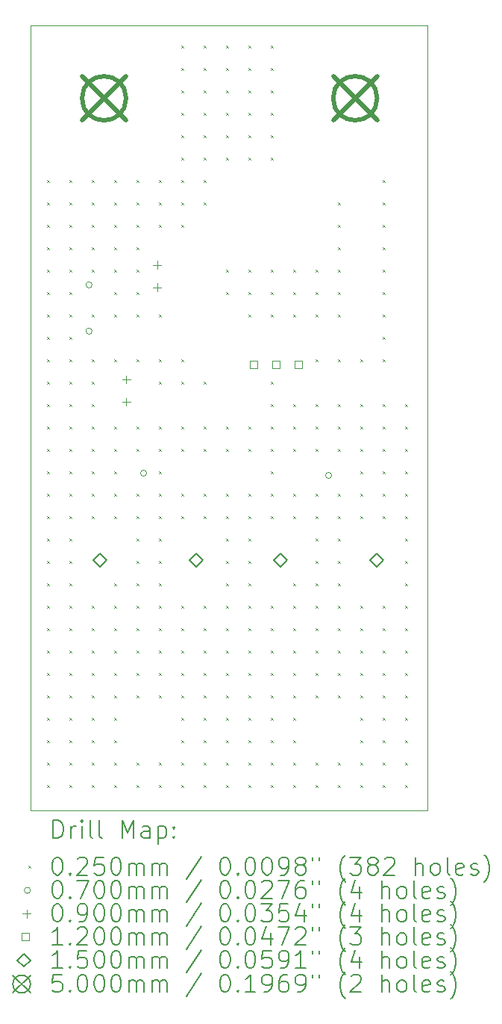
<source format=gbr>
%FSLAX45Y45*%
G04 Gerber Fmt 4.5, Leading zero omitted, Abs format (unit mm)*
G04 Created by KiCad (PCBNEW (6.0.5)) date 2022-07-17 15:42:28*
%MOMM*%
%LPD*%
G01*
G04 APERTURE LIST*
%TA.AperFunction,Profile*%
%ADD10C,0.100000*%
%TD*%
%ADD11C,0.200000*%
%ADD12C,0.025000*%
%ADD13C,0.070000*%
%ADD14C,0.090000*%
%ADD15C,0.120000*%
%ADD16C,0.150000*%
%ADD17C,0.500000*%
G04 APERTURE END LIST*
D10*
X9955000Y-5990000D02*
X14455000Y-5990000D01*
X14455000Y-5990000D02*
X14455000Y-14890000D01*
X14455000Y-14890000D02*
X9955000Y-14890000D01*
X9955000Y-14890000D02*
X9955000Y-5990000D01*
D11*
D12*
X10136800Y-7750500D02*
X10161800Y-7775500D01*
X10161800Y-7750500D02*
X10136800Y-7775500D01*
X10136800Y-8004500D02*
X10161800Y-8029500D01*
X10161800Y-8004500D02*
X10136800Y-8029500D01*
X10136800Y-8258500D02*
X10161800Y-8283500D01*
X10161800Y-8258500D02*
X10136800Y-8283500D01*
X10136800Y-8512500D02*
X10161800Y-8537500D01*
X10161800Y-8512500D02*
X10136800Y-8537500D01*
X10136800Y-8766500D02*
X10161800Y-8791500D01*
X10161800Y-8766500D02*
X10136800Y-8791500D01*
X10136800Y-9020500D02*
X10161800Y-9045500D01*
X10161800Y-9020500D02*
X10136800Y-9045500D01*
X10136800Y-9274500D02*
X10161800Y-9299500D01*
X10161800Y-9274500D02*
X10136800Y-9299500D01*
X10136800Y-9528500D02*
X10161800Y-9553500D01*
X10161800Y-9528500D02*
X10136800Y-9553500D01*
X10136800Y-9782500D02*
X10161800Y-9807500D01*
X10161800Y-9782500D02*
X10136800Y-9807500D01*
X10136800Y-10036500D02*
X10161800Y-10061500D01*
X10161800Y-10036500D02*
X10136800Y-10061500D01*
X10136800Y-10290500D02*
X10161800Y-10315500D01*
X10161800Y-10290500D02*
X10136800Y-10315500D01*
X10136800Y-10544500D02*
X10161800Y-10569500D01*
X10161800Y-10544500D02*
X10136800Y-10569500D01*
X10136800Y-10798500D02*
X10161800Y-10823500D01*
X10161800Y-10798500D02*
X10136800Y-10823500D01*
X10136800Y-11052500D02*
X10161800Y-11077500D01*
X10161800Y-11052500D02*
X10136800Y-11077500D01*
X10136800Y-11306500D02*
X10161800Y-11331500D01*
X10161800Y-11306500D02*
X10136800Y-11331500D01*
X10136800Y-11560500D02*
X10161800Y-11585500D01*
X10161800Y-11560500D02*
X10136800Y-11585500D01*
X10136800Y-11814500D02*
X10161800Y-11839500D01*
X10161800Y-11814500D02*
X10136800Y-11839500D01*
X10136800Y-12068500D02*
X10161800Y-12093500D01*
X10161800Y-12068500D02*
X10136800Y-12093500D01*
X10136800Y-12322500D02*
X10161800Y-12347500D01*
X10161800Y-12322500D02*
X10136800Y-12347500D01*
X10136800Y-12576500D02*
X10161800Y-12601500D01*
X10161800Y-12576500D02*
X10136800Y-12601500D01*
X10136800Y-12830500D02*
X10161800Y-12855500D01*
X10161800Y-12830500D02*
X10136800Y-12855500D01*
X10136800Y-13084500D02*
X10161800Y-13109500D01*
X10161800Y-13084500D02*
X10136800Y-13109500D01*
X10136800Y-13338500D02*
X10161800Y-13363500D01*
X10161800Y-13338500D02*
X10136800Y-13363500D01*
X10136800Y-13592500D02*
X10161800Y-13617500D01*
X10161800Y-13592500D02*
X10136800Y-13617500D01*
X10136800Y-13846500D02*
X10161800Y-13871500D01*
X10161800Y-13846500D02*
X10136800Y-13871500D01*
X10136800Y-14100500D02*
X10161800Y-14125500D01*
X10161800Y-14100500D02*
X10136800Y-14125500D01*
X10136800Y-14354500D02*
X10161800Y-14379500D01*
X10161800Y-14354500D02*
X10136800Y-14379500D01*
X10136800Y-14608500D02*
X10161800Y-14633500D01*
X10161800Y-14608500D02*
X10136800Y-14633500D01*
X10390800Y-7750500D02*
X10415800Y-7775500D01*
X10415800Y-7750500D02*
X10390800Y-7775500D01*
X10390800Y-8004500D02*
X10415800Y-8029500D01*
X10415800Y-8004500D02*
X10390800Y-8029500D01*
X10390800Y-8258500D02*
X10415800Y-8283500D01*
X10415800Y-8258500D02*
X10390800Y-8283500D01*
X10390800Y-8512500D02*
X10415800Y-8537500D01*
X10415800Y-8512500D02*
X10390800Y-8537500D01*
X10390800Y-8766500D02*
X10415800Y-8791500D01*
X10415800Y-8766500D02*
X10390800Y-8791500D01*
X10390800Y-9020500D02*
X10415800Y-9045500D01*
X10415800Y-9020500D02*
X10390800Y-9045500D01*
X10390800Y-9274500D02*
X10415800Y-9299500D01*
X10415800Y-9274500D02*
X10390800Y-9299500D01*
X10390800Y-9528500D02*
X10415800Y-9553500D01*
X10415800Y-9528500D02*
X10390800Y-9553500D01*
X10390800Y-9782500D02*
X10415800Y-9807500D01*
X10415800Y-9782500D02*
X10390800Y-9807500D01*
X10390800Y-10036500D02*
X10415800Y-10061500D01*
X10415800Y-10036500D02*
X10390800Y-10061500D01*
X10390800Y-10290500D02*
X10415800Y-10315500D01*
X10415800Y-10290500D02*
X10390800Y-10315500D01*
X10390800Y-10544500D02*
X10415800Y-10569500D01*
X10415800Y-10544500D02*
X10390800Y-10569500D01*
X10390800Y-10798500D02*
X10415800Y-10823500D01*
X10415800Y-10798500D02*
X10390800Y-10823500D01*
X10390800Y-11052500D02*
X10415800Y-11077500D01*
X10415800Y-11052500D02*
X10390800Y-11077500D01*
X10390800Y-11306500D02*
X10415800Y-11331500D01*
X10415800Y-11306500D02*
X10390800Y-11331500D01*
X10390800Y-11560500D02*
X10415800Y-11585500D01*
X10415800Y-11560500D02*
X10390800Y-11585500D01*
X10390800Y-11814500D02*
X10415800Y-11839500D01*
X10415800Y-11814500D02*
X10390800Y-11839500D01*
X10390800Y-12068500D02*
X10415800Y-12093500D01*
X10415800Y-12068500D02*
X10390800Y-12093500D01*
X10390800Y-12322500D02*
X10415800Y-12347500D01*
X10415800Y-12322500D02*
X10390800Y-12347500D01*
X10390800Y-12576500D02*
X10415800Y-12601500D01*
X10415800Y-12576500D02*
X10390800Y-12601500D01*
X10390800Y-12830500D02*
X10415800Y-12855500D01*
X10415800Y-12830500D02*
X10390800Y-12855500D01*
X10390800Y-13084500D02*
X10415800Y-13109500D01*
X10415800Y-13084500D02*
X10390800Y-13109500D01*
X10390800Y-13338500D02*
X10415800Y-13363500D01*
X10415800Y-13338500D02*
X10390800Y-13363500D01*
X10390800Y-13592500D02*
X10415800Y-13617500D01*
X10415800Y-13592500D02*
X10390800Y-13617500D01*
X10390800Y-13846500D02*
X10415800Y-13871500D01*
X10415800Y-13846500D02*
X10390800Y-13871500D01*
X10390800Y-14100500D02*
X10415800Y-14125500D01*
X10415800Y-14100500D02*
X10390800Y-14125500D01*
X10390800Y-14354500D02*
X10415800Y-14379500D01*
X10415800Y-14354500D02*
X10390800Y-14379500D01*
X10390800Y-14608500D02*
X10415800Y-14633500D01*
X10415800Y-14608500D02*
X10390800Y-14633500D01*
X10644800Y-7750500D02*
X10669800Y-7775500D01*
X10669800Y-7750500D02*
X10644800Y-7775500D01*
X10644800Y-8004500D02*
X10669800Y-8029500D01*
X10669800Y-8004500D02*
X10644800Y-8029500D01*
X10644800Y-8258500D02*
X10669800Y-8283500D01*
X10669800Y-8258500D02*
X10644800Y-8283500D01*
X10644800Y-8512500D02*
X10669800Y-8537500D01*
X10669800Y-8512500D02*
X10644800Y-8537500D01*
X10644800Y-8766500D02*
X10669800Y-8791500D01*
X10669800Y-8766500D02*
X10644800Y-8791500D01*
X10644800Y-9274500D02*
X10669800Y-9299500D01*
X10669800Y-9274500D02*
X10644800Y-9299500D01*
X10644800Y-9782500D02*
X10669800Y-9807500D01*
X10669800Y-9782500D02*
X10644800Y-9807500D01*
X10644800Y-10036500D02*
X10669800Y-10061500D01*
X10669800Y-10036500D02*
X10644800Y-10061500D01*
X10644800Y-10290500D02*
X10669800Y-10315500D01*
X10669800Y-10290500D02*
X10644800Y-10315500D01*
X10644800Y-10544500D02*
X10669800Y-10569500D01*
X10669800Y-10544500D02*
X10644800Y-10569500D01*
X10644800Y-10798500D02*
X10669800Y-10823500D01*
X10669800Y-10798500D02*
X10644800Y-10823500D01*
X10644800Y-11052500D02*
X10669800Y-11077500D01*
X10669800Y-11052500D02*
X10644800Y-11077500D01*
X10644800Y-11306500D02*
X10669800Y-11331500D01*
X10669800Y-11306500D02*
X10644800Y-11331500D01*
X10644800Y-11560500D02*
X10669800Y-11585500D01*
X10669800Y-11560500D02*
X10644800Y-11585500D01*
X10644800Y-12576500D02*
X10669800Y-12601500D01*
X10669800Y-12576500D02*
X10644800Y-12601500D01*
X10644800Y-12830500D02*
X10669800Y-12855500D01*
X10669800Y-12830500D02*
X10644800Y-12855500D01*
X10644800Y-13084500D02*
X10669800Y-13109500D01*
X10669800Y-13084500D02*
X10644800Y-13109500D01*
X10644800Y-13338500D02*
X10669800Y-13363500D01*
X10669800Y-13338500D02*
X10644800Y-13363500D01*
X10644800Y-13592500D02*
X10669800Y-13617500D01*
X10669800Y-13592500D02*
X10644800Y-13617500D01*
X10644800Y-13846500D02*
X10669800Y-13871500D01*
X10669800Y-13846500D02*
X10644800Y-13871500D01*
X10644800Y-14100500D02*
X10669800Y-14125500D01*
X10669800Y-14100500D02*
X10644800Y-14125500D01*
X10644800Y-14354500D02*
X10669800Y-14379500D01*
X10669800Y-14354500D02*
X10644800Y-14379500D01*
X10644800Y-14608500D02*
X10669800Y-14633500D01*
X10669800Y-14608500D02*
X10644800Y-14633500D01*
X10898800Y-7750500D02*
X10923800Y-7775500D01*
X10923800Y-7750500D02*
X10898800Y-7775500D01*
X10898800Y-8004500D02*
X10923800Y-8029500D01*
X10923800Y-8004500D02*
X10898800Y-8029500D01*
X10898800Y-8258500D02*
X10923800Y-8283500D01*
X10923800Y-8258500D02*
X10898800Y-8283500D01*
X10898800Y-8512500D02*
X10923800Y-8537500D01*
X10923800Y-8512500D02*
X10898800Y-8537500D01*
X10898800Y-8766500D02*
X10923800Y-8791500D01*
X10923800Y-8766500D02*
X10898800Y-8791500D01*
X10898800Y-9020500D02*
X10923800Y-9045500D01*
X10923800Y-9020500D02*
X10898800Y-9045500D01*
X10898800Y-9274500D02*
X10923800Y-9299500D01*
X10923800Y-9274500D02*
X10898800Y-9299500D01*
X10898800Y-9782500D02*
X10923800Y-9807500D01*
X10923800Y-9782500D02*
X10898800Y-9807500D01*
X10898800Y-10544500D02*
X10923800Y-10569500D01*
X10923800Y-10544500D02*
X10898800Y-10569500D01*
X10898800Y-10798500D02*
X10923800Y-10823500D01*
X10923800Y-10798500D02*
X10898800Y-10823500D01*
X10898800Y-11052500D02*
X10923800Y-11077500D01*
X10923800Y-11052500D02*
X10898800Y-11077500D01*
X10898800Y-11306500D02*
X10923800Y-11331500D01*
X10923800Y-11306500D02*
X10898800Y-11331500D01*
X10898800Y-11560500D02*
X10923800Y-11585500D01*
X10923800Y-11560500D02*
X10898800Y-11585500D01*
X10898800Y-12322500D02*
X10923800Y-12347500D01*
X10923800Y-12322500D02*
X10898800Y-12347500D01*
X10898800Y-12576500D02*
X10923800Y-12601500D01*
X10923800Y-12576500D02*
X10898800Y-12601500D01*
X10898800Y-12830500D02*
X10923800Y-12855500D01*
X10923800Y-12830500D02*
X10898800Y-12855500D01*
X10898800Y-13084500D02*
X10923800Y-13109500D01*
X10923800Y-13084500D02*
X10898800Y-13109500D01*
X10898800Y-13338500D02*
X10923800Y-13363500D01*
X10923800Y-13338500D02*
X10898800Y-13363500D01*
X10898800Y-13592500D02*
X10923800Y-13617500D01*
X10923800Y-13592500D02*
X10898800Y-13617500D01*
X10898800Y-13846500D02*
X10923800Y-13871500D01*
X10923800Y-13846500D02*
X10898800Y-13871500D01*
X10898800Y-14100500D02*
X10923800Y-14125500D01*
X10923800Y-14100500D02*
X10898800Y-14125500D01*
X10898800Y-14354500D02*
X10923800Y-14379500D01*
X10923800Y-14354500D02*
X10898800Y-14379500D01*
X10898800Y-14608500D02*
X10923800Y-14633500D01*
X10923800Y-14608500D02*
X10898800Y-14633500D01*
X11152800Y-7750500D02*
X11177800Y-7775500D01*
X11177800Y-7750500D02*
X11152800Y-7775500D01*
X11152800Y-8004500D02*
X11177800Y-8029500D01*
X11177800Y-8004500D02*
X11152800Y-8029500D01*
X11152800Y-8258500D02*
X11177800Y-8283500D01*
X11177800Y-8258500D02*
X11152800Y-8283500D01*
X11152800Y-8512500D02*
X11177800Y-8537500D01*
X11177800Y-8512500D02*
X11152800Y-8537500D01*
X11152800Y-8766500D02*
X11177800Y-8791500D01*
X11177800Y-8766500D02*
X11152800Y-8791500D01*
X11152800Y-9020500D02*
X11177800Y-9045500D01*
X11177800Y-9020500D02*
X11152800Y-9045500D01*
X11152800Y-9274500D02*
X11177800Y-9299500D01*
X11177800Y-9274500D02*
X11152800Y-9299500D01*
X11152800Y-9782500D02*
X11177800Y-9807500D01*
X11177800Y-9782500D02*
X11152800Y-9807500D01*
X11152800Y-10544500D02*
X11177800Y-10569500D01*
X11177800Y-10544500D02*
X11152800Y-10569500D01*
X11152800Y-10798500D02*
X11177800Y-10823500D01*
X11177800Y-10798500D02*
X11152800Y-10823500D01*
X11152800Y-11306500D02*
X11177800Y-11331500D01*
X11177800Y-11306500D02*
X11152800Y-11331500D01*
X11152800Y-11560500D02*
X11177800Y-11585500D01*
X11177800Y-11560500D02*
X11152800Y-11585500D01*
X11152800Y-11814500D02*
X11177800Y-11839500D01*
X11177800Y-11814500D02*
X11152800Y-11839500D01*
X11152800Y-12068500D02*
X11177800Y-12093500D01*
X11177800Y-12068500D02*
X11152800Y-12093500D01*
X11152800Y-12322500D02*
X11177800Y-12347500D01*
X11177800Y-12322500D02*
X11152800Y-12347500D01*
X11152800Y-12576500D02*
X11177800Y-12601500D01*
X11177800Y-12576500D02*
X11152800Y-12601500D01*
X11152800Y-12830500D02*
X11177800Y-12855500D01*
X11177800Y-12830500D02*
X11152800Y-12855500D01*
X11152800Y-13084500D02*
X11177800Y-13109500D01*
X11177800Y-13084500D02*
X11152800Y-13109500D01*
X11152800Y-13338500D02*
X11177800Y-13363500D01*
X11177800Y-13338500D02*
X11152800Y-13363500D01*
X11152800Y-13592500D02*
X11177800Y-13617500D01*
X11177800Y-13592500D02*
X11152800Y-13617500D01*
X11152800Y-14354500D02*
X11177800Y-14379500D01*
X11177800Y-14354500D02*
X11152800Y-14379500D01*
X11152800Y-14608500D02*
X11177800Y-14633500D01*
X11177800Y-14608500D02*
X11152800Y-14633500D01*
X11406800Y-7750500D02*
X11431800Y-7775500D01*
X11431800Y-7750500D02*
X11406800Y-7775500D01*
X11406800Y-8004500D02*
X11431800Y-8029500D01*
X11431800Y-8004500D02*
X11406800Y-8029500D01*
X11406800Y-8258500D02*
X11431800Y-8283500D01*
X11431800Y-8258500D02*
X11406800Y-8283500D01*
X11406800Y-9274500D02*
X11431800Y-9299500D01*
X11431800Y-9274500D02*
X11406800Y-9299500D01*
X11406800Y-9782500D02*
X11431800Y-9807500D01*
X11431800Y-9782500D02*
X11406800Y-9807500D01*
X11406800Y-10036500D02*
X11431800Y-10061500D01*
X11431800Y-10036500D02*
X11406800Y-10061500D01*
X11406800Y-10544500D02*
X11431800Y-10569500D01*
X11431800Y-10544500D02*
X11406800Y-10569500D01*
X11406800Y-10798500D02*
X11431800Y-10823500D01*
X11431800Y-10798500D02*
X11406800Y-10823500D01*
X11406800Y-11052500D02*
X11431800Y-11077500D01*
X11431800Y-11052500D02*
X11406800Y-11077500D01*
X11406800Y-11306500D02*
X11431800Y-11331500D01*
X11431800Y-11306500D02*
X11406800Y-11331500D01*
X11406800Y-11560500D02*
X11431800Y-11585500D01*
X11431800Y-11560500D02*
X11406800Y-11585500D01*
X11406800Y-11814500D02*
X11431800Y-11839500D01*
X11431800Y-11814500D02*
X11406800Y-11839500D01*
X11406800Y-12068500D02*
X11431800Y-12093500D01*
X11431800Y-12068500D02*
X11406800Y-12093500D01*
X11406800Y-12322500D02*
X11431800Y-12347500D01*
X11431800Y-12322500D02*
X11406800Y-12347500D01*
X11406800Y-12576500D02*
X11431800Y-12601500D01*
X11431800Y-12576500D02*
X11406800Y-12601500D01*
X11406800Y-12830500D02*
X11431800Y-12855500D01*
X11431800Y-12830500D02*
X11406800Y-12855500D01*
X11406800Y-13084500D02*
X11431800Y-13109500D01*
X11431800Y-13084500D02*
X11406800Y-13109500D01*
X11406800Y-13338500D02*
X11431800Y-13363500D01*
X11431800Y-13338500D02*
X11406800Y-13363500D01*
X11406800Y-13592500D02*
X11431800Y-13617500D01*
X11431800Y-13592500D02*
X11406800Y-13617500D01*
X11406800Y-14354500D02*
X11431800Y-14379500D01*
X11431800Y-14354500D02*
X11406800Y-14379500D01*
X11406800Y-14608500D02*
X11431800Y-14633500D01*
X11431800Y-14608500D02*
X11406800Y-14633500D01*
X11660800Y-6226500D02*
X11685800Y-6251500D01*
X11685800Y-6226500D02*
X11660800Y-6251500D01*
X11660800Y-6480500D02*
X11685800Y-6505500D01*
X11685800Y-6480500D02*
X11660800Y-6505500D01*
X11660800Y-6734500D02*
X11685800Y-6759500D01*
X11685800Y-6734500D02*
X11660800Y-6759500D01*
X11660800Y-6988500D02*
X11685800Y-7013500D01*
X11685800Y-6988500D02*
X11660800Y-7013500D01*
X11660800Y-7242500D02*
X11685800Y-7267500D01*
X11685800Y-7242500D02*
X11660800Y-7267500D01*
X11660800Y-7496500D02*
X11685800Y-7521500D01*
X11685800Y-7496500D02*
X11660800Y-7521500D01*
X11660800Y-7750500D02*
X11685800Y-7775500D01*
X11685800Y-7750500D02*
X11660800Y-7775500D01*
X11660800Y-8004500D02*
X11685800Y-8029500D01*
X11685800Y-8004500D02*
X11660800Y-8029500D01*
X11660800Y-8258500D02*
X11685800Y-8283500D01*
X11685800Y-8258500D02*
X11660800Y-8283500D01*
X11660800Y-9782500D02*
X11685800Y-9807500D01*
X11685800Y-9782500D02*
X11660800Y-9807500D01*
X11660800Y-10036500D02*
X11685800Y-10061500D01*
X11685800Y-10036500D02*
X11660800Y-10061500D01*
X11660800Y-10544500D02*
X11685800Y-10569500D01*
X11685800Y-10544500D02*
X11660800Y-10569500D01*
X11660800Y-10798500D02*
X11685800Y-10823500D01*
X11685800Y-10798500D02*
X11660800Y-10823500D01*
X11660800Y-11306500D02*
X11685800Y-11331500D01*
X11685800Y-11306500D02*
X11660800Y-11331500D01*
X11660800Y-11560500D02*
X11685800Y-11585500D01*
X11685800Y-11560500D02*
X11660800Y-11585500D01*
X11660800Y-12576500D02*
X11685800Y-12601500D01*
X11685800Y-12576500D02*
X11660800Y-12601500D01*
X11660800Y-12830500D02*
X11685800Y-12855500D01*
X11685800Y-12830500D02*
X11660800Y-12855500D01*
X11660800Y-13084500D02*
X11685800Y-13109500D01*
X11685800Y-13084500D02*
X11660800Y-13109500D01*
X11660800Y-13338500D02*
X11685800Y-13363500D01*
X11685800Y-13338500D02*
X11660800Y-13363500D01*
X11660800Y-13592500D02*
X11685800Y-13617500D01*
X11685800Y-13592500D02*
X11660800Y-13617500D01*
X11660800Y-13846500D02*
X11685800Y-13871500D01*
X11685800Y-13846500D02*
X11660800Y-13871500D01*
X11660800Y-14100500D02*
X11685800Y-14125500D01*
X11685800Y-14100500D02*
X11660800Y-14125500D01*
X11660800Y-14354500D02*
X11685800Y-14379500D01*
X11685800Y-14354500D02*
X11660800Y-14379500D01*
X11660800Y-14608500D02*
X11685800Y-14633500D01*
X11685800Y-14608500D02*
X11660800Y-14633500D01*
X11914800Y-6226500D02*
X11939800Y-6251500D01*
X11939800Y-6226500D02*
X11914800Y-6251500D01*
X11914800Y-6480500D02*
X11939800Y-6505500D01*
X11939800Y-6480500D02*
X11914800Y-6505500D01*
X11914800Y-6734500D02*
X11939800Y-6759500D01*
X11939800Y-6734500D02*
X11914800Y-6759500D01*
X11914800Y-6988500D02*
X11939800Y-7013500D01*
X11939800Y-6988500D02*
X11914800Y-7013500D01*
X11914800Y-7242500D02*
X11939800Y-7267500D01*
X11939800Y-7242500D02*
X11914800Y-7267500D01*
X11914800Y-7496500D02*
X11939800Y-7521500D01*
X11939800Y-7496500D02*
X11914800Y-7521500D01*
X11914800Y-7750500D02*
X11939800Y-7775500D01*
X11939800Y-7750500D02*
X11914800Y-7775500D01*
X11914800Y-8004500D02*
X11939800Y-8029500D01*
X11939800Y-8004500D02*
X11914800Y-8029500D01*
X11914800Y-10036500D02*
X11939800Y-10061500D01*
X11939800Y-10036500D02*
X11914800Y-10061500D01*
X11914800Y-10544500D02*
X11939800Y-10569500D01*
X11939800Y-10544500D02*
X11914800Y-10569500D01*
X11914800Y-10798500D02*
X11939800Y-10823500D01*
X11939800Y-10798500D02*
X11914800Y-10823500D01*
X11914800Y-11306500D02*
X11939800Y-11331500D01*
X11939800Y-11306500D02*
X11914800Y-11331500D01*
X11914800Y-11560500D02*
X11939800Y-11585500D01*
X11939800Y-11560500D02*
X11914800Y-11585500D01*
X11914800Y-12576500D02*
X11939800Y-12601500D01*
X11939800Y-12576500D02*
X11914800Y-12601500D01*
X11914800Y-12830500D02*
X11939800Y-12855500D01*
X11939800Y-12830500D02*
X11914800Y-12855500D01*
X11914800Y-13084500D02*
X11939800Y-13109500D01*
X11939800Y-13084500D02*
X11914800Y-13109500D01*
X11914800Y-13338500D02*
X11939800Y-13363500D01*
X11939800Y-13338500D02*
X11914800Y-13363500D01*
X11914800Y-13592500D02*
X11939800Y-13617500D01*
X11939800Y-13592500D02*
X11914800Y-13617500D01*
X11914800Y-13846500D02*
X11939800Y-13871500D01*
X11939800Y-13846500D02*
X11914800Y-13871500D01*
X11914800Y-14100500D02*
X11939800Y-14125500D01*
X11939800Y-14100500D02*
X11914800Y-14125500D01*
X11914800Y-14354500D02*
X11939800Y-14379500D01*
X11939800Y-14354500D02*
X11914800Y-14379500D01*
X11914800Y-14608500D02*
X11939800Y-14633500D01*
X11939800Y-14608500D02*
X11914800Y-14633500D01*
X12168800Y-6226500D02*
X12193800Y-6251500D01*
X12193800Y-6226500D02*
X12168800Y-6251500D01*
X12168800Y-6480500D02*
X12193800Y-6505500D01*
X12193800Y-6480500D02*
X12168800Y-6505500D01*
X12168800Y-6734500D02*
X12193800Y-6759500D01*
X12193800Y-6734500D02*
X12168800Y-6759500D01*
X12168800Y-6988500D02*
X12193800Y-7013500D01*
X12193800Y-6988500D02*
X12168800Y-7013500D01*
X12168800Y-7242500D02*
X12193800Y-7267500D01*
X12193800Y-7242500D02*
X12168800Y-7267500D01*
X12168800Y-7496500D02*
X12193800Y-7521500D01*
X12193800Y-7496500D02*
X12168800Y-7521500D01*
X12168800Y-8766500D02*
X12193800Y-8791500D01*
X12193800Y-8766500D02*
X12168800Y-8791500D01*
X12168800Y-9020500D02*
X12193800Y-9045500D01*
X12193800Y-9020500D02*
X12168800Y-9045500D01*
X12168800Y-10544500D02*
X12193800Y-10569500D01*
X12193800Y-10544500D02*
X12168800Y-10569500D01*
X12168800Y-10798500D02*
X12193800Y-10823500D01*
X12193800Y-10798500D02*
X12168800Y-10823500D01*
X12168800Y-11306500D02*
X12193800Y-11331500D01*
X12193800Y-11306500D02*
X12168800Y-11331500D01*
X12168800Y-11560500D02*
X12193800Y-11585500D01*
X12193800Y-11560500D02*
X12168800Y-11585500D01*
X12168800Y-11814500D02*
X12193800Y-11839500D01*
X12193800Y-11814500D02*
X12168800Y-11839500D01*
X12168800Y-12068500D02*
X12193800Y-12093500D01*
X12193800Y-12068500D02*
X12168800Y-12093500D01*
X12168800Y-12322500D02*
X12193800Y-12347500D01*
X12193800Y-12322500D02*
X12168800Y-12347500D01*
X12168800Y-12576500D02*
X12193800Y-12601500D01*
X12193800Y-12576500D02*
X12168800Y-12601500D01*
X12168800Y-12830500D02*
X12193800Y-12855500D01*
X12193800Y-12830500D02*
X12168800Y-12855500D01*
X12168800Y-13084500D02*
X12193800Y-13109500D01*
X12193800Y-13084500D02*
X12168800Y-13109500D01*
X12168800Y-13338500D02*
X12193800Y-13363500D01*
X12193800Y-13338500D02*
X12168800Y-13363500D01*
X12168800Y-13592500D02*
X12193800Y-13617500D01*
X12193800Y-13592500D02*
X12168800Y-13617500D01*
X12168800Y-13846500D02*
X12193800Y-13871500D01*
X12193800Y-13846500D02*
X12168800Y-13871500D01*
X12168800Y-14100500D02*
X12193800Y-14125500D01*
X12193800Y-14100500D02*
X12168800Y-14125500D01*
X12168800Y-14354500D02*
X12193800Y-14379500D01*
X12193800Y-14354500D02*
X12168800Y-14379500D01*
X12168800Y-14608500D02*
X12193800Y-14633500D01*
X12193800Y-14608500D02*
X12168800Y-14633500D01*
X12422800Y-6226500D02*
X12447800Y-6251500D01*
X12447800Y-6226500D02*
X12422800Y-6251500D01*
X12422800Y-6480500D02*
X12447800Y-6505500D01*
X12447800Y-6480500D02*
X12422800Y-6505500D01*
X12422800Y-6734500D02*
X12447800Y-6759500D01*
X12447800Y-6734500D02*
X12422800Y-6759500D01*
X12422800Y-6988500D02*
X12447800Y-7013500D01*
X12447800Y-6988500D02*
X12422800Y-7013500D01*
X12422800Y-7242500D02*
X12447800Y-7267500D01*
X12447800Y-7242500D02*
X12422800Y-7267500D01*
X12422800Y-7496500D02*
X12447800Y-7521500D01*
X12447800Y-7496500D02*
X12422800Y-7521500D01*
X12422800Y-8766500D02*
X12447800Y-8791500D01*
X12447800Y-8766500D02*
X12422800Y-8791500D01*
X12422800Y-9020500D02*
X12447800Y-9045500D01*
X12447800Y-9020500D02*
X12422800Y-9045500D01*
X12422800Y-9274500D02*
X12447800Y-9299500D01*
X12447800Y-9274500D02*
X12422800Y-9299500D01*
X12422800Y-10544500D02*
X12447800Y-10569500D01*
X12447800Y-10544500D02*
X12422800Y-10569500D01*
X12422800Y-10798500D02*
X12447800Y-10823500D01*
X12447800Y-10798500D02*
X12422800Y-10823500D01*
X12422800Y-11306500D02*
X12447800Y-11331500D01*
X12447800Y-11306500D02*
X12422800Y-11331500D01*
X12422800Y-11560500D02*
X12447800Y-11585500D01*
X12447800Y-11560500D02*
X12422800Y-11585500D01*
X12422800Y-11814500D02*
X12447800Y-11839500D01*
X12447800Y-11814500D02*
X12422800Y-11839500D01*
X12422800Y-12068500D02*
X12447800Y-12093500D01*
X12447800Y-12068500D02*
X12422800Y-12093500D01*
X12422800Y-12322500D02*
X12447800Y-12347500D01*
X12447800Y-12322500D02*
X12422800Y-12347500D01*
X12422800Y-12576500D02*
X12447800Y-12601500D01*
X12447800Y-12576500D02*
X12422800Y-12601500D01*
X12422800Y-12830500D02*
X12447800Y-12855500D01*
X12447800Y-12830500D02*
X12422800Y-12855500D01*
X12422800Y-13084500D02*
X12447800Y-13109500D01*
X12447800Y-13084500D02*
X12422800Y-13109500D01*
X12422800Y-13338500D02*
X12447800Y-13363500D01*
X12447800Y-13338500D02*
X12422800Y-13363500D01*
X12422800Y-13592500D02*
X12447800Y-13617500D01*
X12447800Y-13592500D02*
X12422800Y-13617500D01*
X12422800Y-13846500D02*
X12447800Y-13871500D01*
X12447800Y-13846500D02*
X12422800Y-13871500D01*
X12422800Y-14100500D02*
X12447800Y-14125500D01*
X12447800Y-14100500D02*
X12422800Y-14125500D01*
X12422800Y-14354500D02*
X12447800Y-14379500D01*
X12447800Y-14354500D02*
X12422800Y-14379500D01*
X12422800Y-14608500D02*
X12447800Y-14633500D01*
X12447800Y-14608500D02*
X12422800Y-14633500D01*
X12676800Y-6226500D02*
X12701800Y-6251500D01*
X12701800Y-6226500D02*
X12676800Y-6251500D01*
X12676800Y-6480500D02*
X12701800Y-6505500D01*
X12701800Y-6480500D02*
X12676800Y-6505500D01*
X12676800Y-6734500D02*
X12701800Y-6759500D01*
X12701800Y-6734500D02*
X12676800Y-6759500D01*
X12676800Y-6988500D02*
X12701800Y-7013500D01*
X12701800Y-6988500D02*
X12676800Y-7013500D01*
X12676800Y-7242500D02*
X12701800Y-7267500D01*
X12701800Y-7242500D02*
X12676800Y-7267500D01*
X12676800Y-7496500D02*
X12701800Y-7521500D01*
X12701800Y-7496500D02*
X12676800Y-7521500D01*
X12676800Y-8766500D02*
X12701800Y-8791500D01*
X12701800Y-8766500D02*
X12676800Y-8791500D01*
X12676800Y-9020500D02*
X12701800Y-9045500D01*
X12701800Y-9020500D02*
X12676800Y-9045500D01*
X12676800Y-9274500D02*
X12701800Y-9299500D01*
X12701800Y-9274500D02*
X12676800Y-9299500D01*
X12676800Y-10036500D02*
X12701800Y-10061500D01*
X12701800Y-10036500D02*
X12676800Y-10061500D01*
X12676800Y-10290500D02*
X12701800Y-10315500D01*
X12701800Y-10290500D02*
X12676800Y-10315500D01*
X12676800Y-10544500D02*
X12701800Y-10569500D01*
X12701800Y-10544500D02*
X12676800Y-10569500D01*
X12676800Y-10798500D02*
X12701800Y-10823500D01*
X12701800Y-10798500D02*
X12676800Y-10823500D01*
X12676800Y-11052500D02*
X12701800Y-11077500D01*
X12701800Y-11052500D02*
X12676800Y-11077500D01*
X12676800Y-11306500D02*
X12701800Y-11331500D01*
X12701800Y-11306500D02*
X12676800Y-11331500D01*
X12676800Y-11560500D02*
X12701800Y-11585500D01*
X12701800Y-11560500D02*
X12676800Y-11585500D01*
X12676800Y-12576500D02*
X12701800Y-12601500D01*
X12701800Y-12576500D02*
X12676800Y-12601500D01*
X12676800Y-12830500D02*
X12701800Y-12855500D01*
X12701800Y-12830500D02*
X12676800Y-12855500D01*
X12676800Y-13084500D02*
X12701800Y-13109500D01*
X12701800Y-13084500D02*
X12676800Y-13109500D01*
X12676800Y-13338500D02*
X12701800Y-13363500D01*
X12701800Y-13338500D02*
X12676800Y-13363500D01*
X12676800Y-13592500D02*
X12701800Y-13617500D01*
X12701800Y-13592500D02*
X12676800Y-13617500D01*
X12676800Y-13846500D02*
X12701800Y-13871500D01*
X12701800Y-13846500D02*
X12676800Y-13871500D01*
X12676800Y-14100500D02*
X12701800Y-14125500D01*
X12701800Y-14100500D02*
X12676800Y-14125500D01*
X12676800Y-14354500D02*
X12701800Y-14379500D01*
X12701800Y-14354500D02*
X12676800Y-14379500D01*
X12676800Y-14608500D02*
X12701800Y-14633500D01*
X12701800Y-14608500D02*
X12676800Y-14633500D01*
X12930800Y-8766500D02*
X12955800Y-8791500D01*
X12955800Y-8766500D02*
X12930800Y-8791500D01*
X12930800Y-9020500D02*
X12955800Y-9045500D01*
X12955800Y-9020500D02*
X12930800Y-9045500D01*
X12930800Y-9274500D02*
X12955800Y-9299500D01*
X12955800Y-9274500D02*
X12930800Y-9299500D01*
X12930800Y-10290500D02*
X12955800Y-10315500D01*
X12955800Y-10290500D02*
X12930800Y-10315500D01*
X12930800Y-10544500D02*
X12955800Y-10569500D01*
X12955800Y-10544500D02*
X12930800Y-10569500D01*
X12930800Y-10798500D02*
X12955800Y-10823500D01*
X12955800Y-10798500D02*
X12930800Y-10823500D01*
X12930800Y-11306500D02*
X12955800Y-11331500D01*
X12955800Y-11306500D02*
X12930800Y-11331500D01*
X12930800Y-11560500D02*
X12955800Y-11585500D01*
X12955800Y-11560500D02*
X12930800Y-11585500D01*
X12930800Y-12322500D02*
X12955800Y-12347500D01*
X12955800Y-12322500D02*
X12930800Y-12347500D01*
X12930800Y-12576500D02*
X12955800Y-12601500D01*
X12955800Y-12576500D02*
X12930800Y-12601500D01*
X12930800Y-12830500D02*
X12955800Y-12855500D01*
X12955800Y-12830500D02*
X12930800Y-12855500D01*
X12930800Y-13084500D02*
X12955800Y-13109500D01*
X12955800Y-13084500D02*
X12930800Y-13109500D01*
X12930800Y-13338500D02*
X12955800Y-13363500D01*
X12955800Y-13338500D02*
X12930800Y-13363500D01*
X12930800Y-13592500D02*
X12955800Y-13617500D01*
X12955800Y-13592500D02*
X12930800Y-13617500D01*
X12930800Y-13846500D02*
X12955800Y-13871500D01*
X12955800Y-13846500D02*
X12930800Y-13871500D01*
X12930800Y-14100500D02*
X12955800Y-14125500D01*
X12955800Y-14100500D02*
X12930800Y-14125500D01*
X12930800Y-14354500D02*
X12955800Y-14379500D01*
X12955800Y-14354500D02*
X12930800Y-14379500D01*
X12930800Y-14608500D02*
X12955800Y-14633500D01*
X12955800Y-14608500D02*
X12930800Y-14633500D01*
X13184800Y-8766500D02*
X13209800Y-8791500D01*
X13209800Y-8766500D02*
X13184800Y-8791500D01*
X13184800Y-9020500D02*
X13209800Y-9045500D01*
X13209800Y-9020500D02*
X13184800Y-9045500D01*
X13184800Y-9274500D02*
X13209800Y-9299500D01*
X13209800Y-9274500D02*
X13184800Y-9299500D01*
X13184800Y-9782500D02*
X13209800Y-9807500D01*
X13209800Y-9782500D02*
X13184800Y-9807500D01*
X13184800Y-10290500D02*
X13209800Y-10315500D01*
X13209800Y-10290500D02*
X13184800Y-10315500D01*
X13184800Y-10544500D02*
X13209800Y-10569500D01*
X13209800Y-10544500D02*
X13184800Y-10569500D01*
X13184800Y-10798500D02*
X13209800Y-10823500D01*
X13209800Y-10798500D02*
X13184800Y-10823500D01*
X13184800Y-11306500D02*
X13209800Y-11331500D01*
X13209800Y-11306500D02*
X13184800Y-11331500D01*
X13184800Y-11560500D02*
X13209800Y-11585500D01*
X13209800Y-11560500D02*
X13184800Y-11585500D01*
X13184800Y-11814500D02*
X13209800Y-11839500D01*
X13209800Y-11814500D02*
X13184800Y-11839500D01*
X13184800Y-12068500D02*
X13209800Y-12093500D01*
X13209800Y-12068500D02*
X13184800Y-12093500D01*
X13184800Y-12322500D02*
X13209800Y-12347500D01*
X13209800Y-12322500D02*
X13184800Y-12347500D01*
X13184800Y-12576500D02*
X13209800Y-12601500D01*
X13209800Y-12576500D02*
X13184800Y-12601500D01*
X13184800Y-12830500D02*
X13209800Y-12855500D01*
X13209800Y-12830500D02*
X13184800Y-12855500D01*
X13184800Y-13084500D02*
X13209800Y-13109500D01*
X13209800Y-13084500D02*
X13184800Y-13109500D01*
X13184800Y-13338500D02*
X13209800Y-13363500D01*
X13209800Y-13338500D02*
X13184800Y-13363500D01*
X13184800Y-13592500D02*
X13209800Y-13617500D01*
X13209800Y-13592500D02*
X13184800Y-13617500D01*
X13184800Y-14354500D02*
X13209800Y-14379500D01*
X13209800Y-14354500D02*
X13184800Y-14379500D01*
X13184800Y-14608500D02*
X13209800Y-14633500D01*
X13209800Y-14608500D02*
X13184800Y-14633500D01*
X13438800Y-8004500D02*
X13463800Y-8029500D01*
X13463800Y-8004500D02*
X13438800Y-8029500D01*
X13438800Y-8258500D02*
X13463800Y-8283500D01*
X13463800Y-8258500D02*
X13438800Y-8283500D01*
X13438800Y-8512500D02*
X13463800Y-8537500D01*
X13463800Y-8512500D02*
X13438800Y-8537500D01*
X13438800Y-8766500D02*
X13463800Y-8791500D01*
X13463800Y-8766500D02*
X13438800Y-8791500D01*
X13438800Y-9020500D02*
X13463800Y-9045500D01*
X13463800Y-9020500D02*
X13438800Y-9045500D01*
X13438800Y-9274500D02*
X13463800Y-9299500D01*
X13463800Y-9274500D02*
X13438800Y-9299500D01*
X13438800Y-9782500D02*
X13463800Y-9807500D01*
X13463800Y-9782500D02*
X13438800Y-9807500D01*
X13438800Y-10290500D02*
X13463800Y-10315500D01*
X13463800Y-10290500D02*
X13438800Y-10315500D01*
X13438800Y-10544500D02*
X13463800Y-10569500D01*
X13463800Y-10544500D02*
X13438800Y-10569500D01*
X13438800Y-10798500D02*
X13463800Y-10823500D01*
X13463800Y-10798500D02*
X13438800Y-10823500D01*
X13438800Y-11306500D02*
X13463800Y-11331500D01*
X13463800Y-11306500D02*
X13438800Y-11331500D01*
X13438800Y-11560500D02*
X13463800Y-11585500D01*
X13463800Y-11560500D02*
X13438800Y-11585500D01*
X13438800Y-11814500D02*
X13463800Y-11839500D01*
X13463800Y-11814500D02*
X13438800Y-11839500D01*
X13438800Y-12068500D02*
X13463800Y-12093500D01*
X13463800Y-12068500D02*
X13438800Y-12093500D01*
X13438800Y-12322500D02*
X13463800Y-12347500D01*
X13463800Y-12322500D02*
X13438800Y-12347500D01*
X13438800Y-12576500D02*
X13463800Y-12601500D01*
X13463800Y-12576500D02*
X13438800Y-12601500D01*
X13438800Y-12830500D02*
X13463800Y-12855500D01*
X13463800Y-12830500D02*
X13438800Y-12855500D01*
X13438800Y-13084500D02*
X13463800Y-13109500D01*
X13463800Y-13084500D02*
X13438800Y-13109500D01*
X13438800Y-13338500D02*
X13463800Y-13363500D01*
X13463800Y-13338500D02*
X13438800Y-13363500D01*
X13438800Y-13592500D02*
X13463800Y-13617500D01*
X13463800Y-13592500D02*
X13438800Y-13617500D01*
X13438800Y-14354500D02*
X13463800Y-14379500D01*
X13463800Y-14354500D02*
X13438800Y-14379500D01*
X13438800Y-14608500D02*
X13463800Y-14633500D01*
X13463800Y-14608500D02*
X13438800Y-14633500D01*
X13692800Y-9782500D02*
X13717800Y-9807500D01*
X13717800Y-9782500D02*
X13692800Y-9807500D01*
X13692800Y-10290500D02*
X13717800Y-10315500D01*
X13717800Y-10290500D02*
X13692800Y-10315500D01*
X13692800Y-10544500D02*
X13717800Y-10569500D01*
X13717800Y-10544500D02*
X13692800Y-10569500D01*
X13692800Y-10798500D02*
X13717800Y-10823500D01*
X13717800Y-10798500D02*
X13692800Y-10823500D01*
X13692800Y-11052500D02*
X13717800Y-11077500D01*
X13717800Y-11052500D02*
X13692800Y-11077500D01*
X13692800Y-11306500D02*
X13717800Y-11331500D01*
X13717800Y-11306500D02*
X13692800Y-11331500D01*
X13692800Y-11560500D02*
X13717800Y-11585500D01*
X13717800Y-11560500D02*
X13692800Y-11585500D01*
X13692800Y-12576500D02*
X13717800Y-12601500D01*
X13717800Y-12576500D02*
X13692800Y-12601500D01*
X13692800Y-12830500D02*
X13717800Y-12855500D01*
X13717800Y-12830500D02*
X13692800Y-12855500D01*
X13692800Y-13084500D02*
X13717800Y-13109500D01*
X13717800Y-13084500D02*
X13692800Y-13109500D01*
X13692800Y-13338500D02*
X13717800Y-13363500D01*
X13717800Y-13338500D02*
X13692800Y-13363500D01*
X13692800Y-13592500D02*
X13717800Y-13617500D01*
X13717800Y-13592500D02*
X13692800Y-13617500D01*
X13692800Y-13846500D02*
X13717800Y-13871500D01*
X13717800Y-13846500D02*
X13692800Y-13871500D01*
X13692800Y-14100500D02*
X13717800Y-14125500D01*
X13717800Y-14100500D02*
X13692800Y-14125500D01*
X13692800Y-14354500D02*
X13717800Y-14379500D01*
X13717800Y-14354500D02*
X13692800Y-14379500D01*
X13692800Y-14608500D02*
X13717800Y-14633500D01*
X13717800Y-14608500D02*
X13692800Y-14633500D01*
X13946800Y-7750500D02*
X13971800Y-7775500D01*
X13971800Y-7750500D02*
X13946800Y-7775500D01*
X13946800Y-8004500D02*
X13971800Y-8029500D01*
X13971800Y-8004500D02*
X13946800Y-8029500D01*
X13946800Y-8258500D02*
X13971800Y-8283500D01*
X13971800Y-8258500D02*
X13946800Y-8283500D01*
X13946800Y-8512500D02*
X13971800Y-8537500D01*
X13971800Y-8512500D02*
X13946800Y-8537500D01*
X13946800Y-8766500D02*
X13971800Y-8791500D01*
X13971800Y-8766500D02*
X13946800Y-8791500D01*
X13946800Y-9020500D02*
X13971800Y-9045500D01*
X13971800Y-9020500D02*
X13946800Y-9045500D01*
X13946800Y-9274500D02*
X13971800Y-9299500D01*
X13971800Y-9274500D02*
X13946800Y-9299500D01*
X13946800Y-9528500D02*
X13971800Y-9553500D01*
X13971800Y-9528500D02*
X13946800Y-9553500D01*
X13946800Y-9782500D02*
X13971800Y-9807500D01*
X13971800Y-9782500D02*
X13946800Y-9807500D01*
X13946800Y-10290500D02*
X13971800Y-10315500D01*
X13971800Y-10290500D02*
X13946800Y-10315500D01*
X13946800Y-10544500D02*
X13971800Y-10569500D01*
X13971800Y-10544500D02*
X13946800Y-10569500D01*
X13946800Y-10798500D02*
X13971800Y-10823500D01*
X13971800Y-10798500D02*
X13946800Y-10823500D01*
X13946800Y-11052500D02*
X13971800Y-11077500D01*
X13971800Y-11052500D02*
X13946800Y-11077500D01*
X13946800Y-11306500D02*
X13971800Y-11331500D01*
X13971800Y-11306500D02*
X13946800Y-11331500D01*
X13946800Y-11560500D02*
X13971800Y-11585500D01*
X13971800Y-11560500D02*
X13946800Y-11585500D01*
X13946800Y-12576500D02*
X13971800Y-12601500D01*
X13971800Y-12576500D02*
X13946800Y-12601500D01*
X13946800Y-12830500D02*
X13971800Y-12855500D01*
X13971800Y-12830500D02*
X13946800Y-12855500D01*
X13946800Y-13084500D02*
X13971800Y-13109500D01*
X13971800Y-13084500D02*
X13946800Y-13109500D01*
X13946800Y-13338500D02*
X13971800Y-13363500D01*
X13971800Y-13338500D02*
X13946800Y-13363500D01*
X13946800Y-13592500D02*
X13971800Y-13617500D01*
X13971800Y-13592500D02*
X13946800Y-13617500D01*
X13946800Y-13846500D02*
X13971800Y-13871500D01*
X13971800Y-13846500D02*
X13946800Y-13871500D01*
X13946800Y-14100500D02*
X13971800Y-14125500D01*
X13971800Y-14100500D02*
X13946800Y-14125500D01*
X13946800Y-14354500D02*
X13971800Y-14379500D01*
X13971800Y-14354500D02*
X13946800Y-14379500D01*
X13946800Y-14608500D02*
X13971800Y-14633500D01*
X13971800Y-14608500D02*
X13946800Y-14633500D01*
X14200800Y-10290500D02*
X14225800Y-10315500D01*
X14225800Y-10290500D02*
X14200800Y-10315500D01*
X14200800Y-10544500D02*
X14225800Y-10569500D01*
X14225800Y-10544500D02*
X14200800Y-10569500D01*
X14200800Y-10798500D02*
X14225800Y-10823500D01*
X14225800Y-10798500D02*
X14200800Y-10823500D01*
X14200800Y-11052500D02*
X14225800Y-11077500D01*
X14225800Y-11052500D02*
X14200800Y-11077500D01*
X14200800Y-11306500D02*
X14225800Y-11331500D01*
X14225800Y-11306500D02*
X14200800Y-11331500D01*
X14200800Y-11560500D02*
X14225800Y-11585500D01*
X14225800Y-11560500D02*
X14200800Y-11585500D01*
X14200800Y-11814500D02*
X14225800Y-11839500D01*
X14225800Y-11814500D02*
X14200800Y-11839500D01*
X14200800Y-12068500D02*
X14225800Y-12093500D01*
X14225800Y-12068500D02*
X14200800Y-12093500D01*
X14200800Y-12322500D02*
X14225800Y-12347500D01*
X14225800Y-12322500D02*
X14200800Y-12347500D01*
X14200800Y-12576500D02*
X14225800Y-12601500D01*
X14225800Y-12576500D02*
X14200800Y-12601500D01*
X14200800Y-12830500D02*
X14225800Y-12855500D01*
X14225800Y-12830500D02*
X14200800Y-12855500D01*
X14200800Y-13084500D02*
X14225800Y-13109500D01*
X14225800Y-13084500D02*
X14200800Y-13109500D01*
X14200800Y-13338500D02*
X14225800Y-13363500D01*
X14225800Y-13338500D02*
X14200800Y-13363500D01*
X14200800Y-13592500D02*
X14225800Y-13617500D01*
X14225800Y-13592500D02*
X14200800Y-13617500D01*
X14200800Y-13846500D02*
X14225800Y-13871500D01*
X14225800Y-13846500D02*
X14200800Y-13871500D01*
X14200800Y-14100500D02*
X14225800Y-14125500D01*
X14225800Y-14100500D02*
X14200800Y-14125500D01*
X14200800Y-14354500D02*
X14225800Y-14379500D01*
X14225800Y-14354500D02*
X14200800Y-14379500D01*
X14200800Y-14608500D02*
X14225800Y-14633500D01*
X14225800Y-14608500D02*
X14200800Y-14633500D01*
D13*
X10649000Y-8935000D02*
G75*
G03*
X10649000Y-8935000I-35000J0D01*
G01*
X10649000Y-9460000D02*
G75*
G03*
X10649000Y-9460000I-35000J0D01*
G01*
X11270000Y-11070000D02*
G75*
G03*
X11270000Y-11070000I-35000J0D01*
G01*
X13370000Y-11095000D02*
G75*
G03*
X13370000Y-11095000I-35000J0D01*
G01*
D14*
X11039000Y-9962500D02*
X11039000Y-10052500D01*
X10994000Y-10007500D02*
X11084000Y-10007500D01*
X11039000Y-10216500D02*
X11039000Y-10306500D01*
X10994000Y-10261500D02*
X11084000Y-10261500D01*
X11389000Y-8663500D02*
X11389000Y-8753500D01*
X11344000Y-8708500D02*
X11434000Y-8708500D01*
X11389000Y-8917500D02*
X11389000Y-9007500D01*
X11344000Y-8962500D02*
X11434000Y-8962500D01*
D15*
X12527427Y-9882427D02*
X12527427Y-9797573D01*
X12442573Y-9797573D01*
X12442573Y-9882427D01*
X12527427Y-9882427D01*
X12781427Y-9882427D02*
X12781427Y-9797573D01*
X12696573Y-9797573D01*
X12696573Y-9882427D01*
X12781427Y-9882427D01*
X13035427Y-9882427D02*
X13035427Y-9797573D01*
X12950573Y-9797573D01*
X12950573Y-9882427D01*
X13035427Y-9882427D01*
D16*
X10740000Y-12131000D02*
X10815000Y-12056000D01*
X10740000Y-11981000D01*
X10665000Y-12056000D01*
X10740000Y-12131000D01*
X11830000Y-12131000D02*
X11905000Y-12056000D01*
X11830000Y-11981000D01*
X11755000Y-12056000D01*
X11830000Y-12131000D01*
X12790000Y-12131000D02*
X12865000Y-12056000D01*
X12790000Y-11981000D01*
X12715000Y-12056000D01*
X12790000Y-12131000D01*
X13880000Y-12131000D02*
X13955000Y-12056000D01*
X13880000Y-11981000D01*
X13805000Y-12056000D01*
X13880000Y-12131000D01*
D17*
X10535000Y-6570000D02*
X11035000Y-7070000D01*
X11035000Y-6570000D02*
X10535000Y-7070000D01*
X11035000Y-6820000D02*
G75*
G03*
X11035000Y-6820000I-250000J0D01*
G01*
X13385000Y-6570000D02*
X13885000Y-7070000D01*
X13885000Y-6570000D02*
X13385000Y-7070000D01*
X13885000Y-6820000D02*
G75*
G03*
X13885000Y-6820000I-250000J0D01*
G01*
D11*
X10207619Y-15205476D02*
X10207619Y-15005476D01*
X10255238Y-15005476D01*
X10283810Y-15015000D01*
X10302857Y-15034048D01*
X10312381Y-15053095D01*
X10321905Y-15091190D01*
X10321905Y-15119762D01*
X10312381Y-15157857D01*
X10302857Y-15176905D01*
X10283810Y-15195952D01*
X10255238Y-15205476D01*
X10207619Y-15205476D01*
X10407619Y-15205476D02*
X10407619Y-15072143D01*
X10407619Y-15110238D02*
X10417143Y-15091190D01*
X10426667Y-15081667D01*
X10445714Y-15072143D01*
X10464762Y-15072143D01*
X10531429Y-15205476D02*
X10531429Y-15072143D01*
X10531429Y-15005476D02*
X10521905Y-15015000D01*
X10531429Y-15024524D01*
X10540952Y-15015000D01*
X10531429Y-15005476D01*
X10531429Y-15024524D01*
X10655238Y-15205476D02*
X10636190Y-15195952D01*
X10626667Y-15176905D01*
X10626667Y-15005476D01*
X10760000Y-15205476D02*
X10740952Y-15195952D01*
X10731429Y-15176905D01*
X10731429Y-15005476D01*
X10988571Y-15205476D02*
X10988571Y-15005476D01*
X11055238Y-15148333D01*
X11121905Y-15005476D01*
X11121905Y-15205476D01*
X11302857Y-15205476D02*
X11302857Y-15100714D01*
X11293333Y-15081667D01*
X11274286Y-15072143D01*
X11236190Y-15072143D01*
X11217143Y-15081667D01*
X11302857Y-15195952D02*
X11283809Y-15205476D01*
X11236190Y-15205476D01*
X11217143Y-15195952D01*
X11207619Y-15176905D01*
X11207619Y-15157857D01*
X11217143Y-15138809D01*
X11236190Y-15129286D01*
X11283809Y-15129286D01*
X11302857Y-15119762D01*
X11398095Y-15072143D02*
X11398095Y-15272143D01*
X11398095Y-15081667D02*
X11417143Y-15072143D01*
X11455238Y-15072143D01*
X11474286Y-15081667D01*
X11483809Y-15091190D01*
X11493333Y-15110238D01*
X11493333Y-15167381D01*
X11483809Y-15186428D01*
X11474286Y-15195952D01*
X11455238Y-15205476D01*
X11417143Y-15205476D01*
X11398095Y-15195952D01*
X11579048Y-15186428D02*
X11588571Y-15195952D01*
X11579048Y-15205476D01*
X11569524Y-15195952D01*
X11579048Y-15186428D01*
X11579048Y-15205476D01*
X11579048Y-15081667D02*
X11588571Y-15091190D01*
X11579048Y-15100714D01*
X11569524Y-15091190D01*
X11579048Y-15081667D01*
X11579048Y-15100714D01*
D12*
X9925000Y-15522500D02*
X9950000Y-15547500D01*
X9950000Y-15522500D02*
X9925000Y-15547500D01*
D11*
X10245714Y-15425476D02*
X10264762Y-15425476D01*
X10283810Y-15435000D01*
X10293333Y-15444524D01*
X10302857Y-15463571D01*
X10312381Y-15501667D01*
X10312381Y-15549286D01*
X10302857Y-15587381D01*
X10293333Y-15606428D01*
X10283810Y-15615952D01*
X10264762Y-15625476D01*
X10245714Y-15625476D01*
X10226667Y-15615952D01*
X10217143Y-15606428D01*
X10207619Y-15587381D01*
X10198095Y-15549286D01*
X10198095Y-15501667D01*
X10207619Y-15463571D01*
X10217143Y-15444524D01*
X10226667Y-15435000D01*
X10245714Y-15425476D01*
X10398095Y-15606428D02*
X10407619Y-15615952D01*
X10398095Y-15625476D01*
X10388571Y-15615952D01*
X10398095Y-15606428D01*
X10398095Y-15625476D01*
X10483810Y-15444524D02*
X10493333Y-15435000D01*
X10512381Y-15425476D01*
X10560000Y-15425476D01*
X10579048Y-15435000D01*
X10588571Y-15444524D01*
X10598095Y-15463571D01*
X10598095Y-15482619D01*
X10588571Y-15511190D01*
X10474286Y-15625476D01*
X10598095Y-15625476D01*
X10779048Y-15425476D02*
X10683810Y-15425476D01*
X10674286Y-15520714D01*
X10683810Y-15511190D01*
X10702857Y-15501667D01*
X10750476Y-15501667D01*
X10769524Y-15511190D01*
X10779048Y-15520714D01*
X10788571Y-15539762D01*
X10788571Y-15587381D01*
X10779048Y-15606428D01*
X10769524Y-15615952D01*
X10750476Y-15625476D01*
X10702857Y-15625476D01*
X10683810Y-15615952D01*
X10674286Y-15606428D01*
X10912381Y-15425476D02*
X10931429Y-15425476D01*
X10950476Y-15435000D01*
X10960000Y-15444524D01*
X10969524Y-15463571D01*
X10979048Y-15501667D01*
X10979048Y-15549286D01*
X10969524Y-15587381D01*
X10960000Y-15606428D01*
X10950476Y-15615952D01*
X10931429Y-15625476D01*
X10912381Y-15625476D01*
X10893333Y-15615952D01*
X10883810Y-15606428D01*
X10874286Y-15587381D01*
X10864762Y-15549286D01*
X10864762Y-15501667D01*
X10874286Y-15463571D01*
X10883810Y-15444524D01*
X10893333Y-15435000D01*
X10912381Y-15425476D01*
X11064762Y-15625476D02*
X11064762Y-15492143D01*
X11064762Y-15511190D02*
X11074286Y-15501667D01*
X11093333Y-15492143D01*
X11121905Y-15492143D01*
X11140952Y-15501667D01*
X11150476Y-15520714D01*
X11150476Y-15625476D01*
X11150476Y-15520714D02*
X11160000Y-15501667D01*
X11179048Y-15492143D01*
X11207619Y-15492143D01*
X11226667Y-15501667D01*
X11236190Y-15520714D01*
X11236190Y-15625476D01*
X11331428Y-15625476D02*
X11331428Y-15492143D01*
X11331428Y-15511190D02*
X11340952Y-15501667D01*
X11360000Y-15492143D01*
X11388571Y-15492143D01*
X11407619Y-15501667D01*
X11417143Y-15520714D01*
X11417143Y-15625476D01*
X11417143Y-15520714D02*
X11426667Y-15501667D01*
X11445714Y-15492143D01*
X11474286Y-15492143D01*
X11493333Y-15501667D01*
X11502857Y-15520714D01*
X11502857Y-15625476D01*
X11893333Y-15415952D02*
X11721905Y-15673095D01*
X12150476Y-15425476D02*
X12169524Y-15425476D01*
X12188571Y-15435000D01*
X12198095Y-15444524D01*
X12207619Y-15463571D01*
X12217143Y-15501667D01*
X12217143Y-15549286D01*
X12207619Y-15587381D01*
X12198095Y-15606428D01*
X12188571Y-15615952D01*
X12169524Y-15625476D01*
X12150476Y-15625476D01*
X12131428Y-15615952D01*
X12121905Y-15606428D01*
X12112381Y-15587381D01*
X12102857Y-15549286D01*
X12102857Y-15501667D01*
X12112381Y-15463571D01*
X12121905Y-15444524D01*
X12131428Y-15435000D01*
X12150476Y-15425476D01*
X12302857Y-15606428D02*
X12312381Y-15615952D01*
X12302857Y-15625476D01*
X12293333Y-15615952D01*
X12302857Y-15606428D01*
X12302857Y-15625476D01*
X12436190Y-15425476D02*
X12455238Y-15425476D01*
X12474286Y-15435000D01*
X12483809Y-15444524D01*
X12493333Y-15463571D01*
X12502857Y-15501667D01*
X12502857Y-15549286D01*
X12493333Y-15587381D01*
X12483809Y-15606428D01*
X12474286Y-15615952D01*
X12455238Y-15625476D01*
X12436190Y-15625476D01*
X12417143Y-15615952D01*
X12407619Y-15606428D01*
X12398095Y-15587381D01*
X12388571Y-15549286D01*
X12388571Y-15501667D01*
X12398095Y-15463571D01*
X12407619Y-15444524D01*
X12417143Y-15435000D01*
X12436190Y-15425476D01*
X12626667Y-15425476D02*
X12645714Y-15425476D01*
X12664762Y-15435000D01*
X12674286Y-15444524D01*
X12683809Y-15463571D01*
X12693333Y-15501667D01*
X12693333Y-15549286D01*
X12683809Y-15587381D01*
X12674286Y-15606428D01*
X12664762Y-15615952D01*
X12645714Y-15625476D01*
X12626667Y-15625476D01*
X12607619Y-15615952D01*
X12598095Y-15606428D01*
X12588571Y-15587381D01*
X12579048Y-15549286D01*
X12579048Y-15501667D01*
X12588571Y-15463571D01*
X12598095Y-15444524D01*
X12607619Y-15435000D01*
X12626667Y-15425476D01*
X12788571Y-15625476D02*
X12826667Y-15625476D01*
X12845714Y-15615952D01*
X12855238Y-15606428D01*
X12874286Y-15577857D01*
X12883809Y-15539762D01*
X12883809Y-15463571D01*
X12874286Y-15444524D01*
X12864762Y-15435000D01*
X12845714Y-15425476D01*
X12807619Y-15425476D01*
X12788571Y-15435000D01*
X12779048Y-15444524D01*
X12769524Y-15463571D01*
X12769524Y-15511190D01*
X12779048Y-15530238D01*
X12788571Y-15539762D01*
X12807619Y-15549286D01*
X12845714Y-15549286D01*
X12864762Y-15539762D01*
X12874286Y-15530238D01*
X12883809Y-15511190D01*
X12998095Y-15511190D02*
X12979048Y-15501667D01*
X12969524Y-15492143D01*
X12960000Y-15473095D01*
X12960000Y-15463571D01*
X12969524Y-15444524D01*
X12979048Y-15435000D01*
X12998095Y-15425476D01*
X13036190Y-15425476D01*
X13055238Y-15435000D01*
X13064762Y-15444524D01*
X13074286Y-15463571D01*
X13074286Y-15473095D01*
X13064762Y-15492143D01*
X13055238Y-15501667D01*
X13036190Y-15511190D01*
X12998095Y-15511190D01*
X12979048Y-15520714D01*
X12969524Y-15530238D01*
X12960000Y-15549286D01*
X12960000Y-15587381D01*
X12969524Y-15606428D01*
X12979048Y-15615952D01*
X12998095Y-15625476D01*
X13036190Y-15625476D01*
X13055238Y-15615952D01*
X13064762Y-15606428D01*
X13074286Y-15587381D01*
X13074286Y-15549286D01*
X13064762Y-15530238D01*
X13055238Y-15520714D01*
X13036190Y-15511190D01*
X13150476Y-15425476D02*
X13150476Y-15463571D01*
X13226667Y-15425476D02*
X13226667Y-15463571D01*
X13521905Y-15701667D02*
X13512381Y-15692143D01*
X13493333Y-15663571D01*
X13483809Y-15644524D01*
X13474286Y-15615952D01*
X13464762Y-15568333D01*
X13464762Y-15530238D01*
X13474286Y-15482619D01*
X13483809Y-15454048D01*
X13493333Y-15435000D01*
X13512381Y-15406428D01*
X13521905Y-15396905D01*
X13579048Y-15425476D02*
X13702857Y-15425476D01*
X13636190Y-15501667D01*
X13664762Y-15501667D01*
X13683809Y-15511190D01*
X13693333Y-15520714D01*
X13702857Y-15539762D01*
X13702857Y-15587381D01*
X13693333Y-15606428D01*
X13683809Y-15615952D01*
X13664762Y-15625476D01*
X13607619Y-15625476D01*
X13588571Y-15615952D01*
X13579048Y-15606428D01*
X13817143Y-15511190D02*
X13798095Y-15501667D01*
X13788571Y-15492143D01*
X13779048Y-15473095D01*
X13779048Y-15463571D01*
X13788571Y-15444524D01*
X13798095Y-15435000D01*
X13817143Y-15425476D01*
X13855238Y-15425476D01*
X13874286Y-15435000D01*
X13883809Y-15444524D01*
X13893333Y-15463571D01*
X13893333Y-15473095D01*
X13883809Y-15492143D01*
X13874286Y-15501667D01*
X13855238Y-15511190D01*
X13817143Y-15511190D01*
X13798095Y-15520714D01*
X13788571Y-15530238D01*
X13779048Y-15549286D01*
X13779048Y-15587381D01*
X13788571Y-15606428D01*
X13798095Y-15615952D01*
X13817143Y-15625476D01*
X13855238Y-15625476D01*
X13874286Y-15615952D01*
X13883809Y-15606428D01*
X13893333Y-15587381D01*
X13893333Y-15549286D01*
X13883809Y-15530238D01*
X13874286Y-15520714D01*
X13855238Y-15511190D01*
X13969524Y-15444524D02*
X13979048Y-15435000D01*
X13998095Y-15425476D01*
X14045714Y-15425476D01*
X14064762Y-15435000D01*
X14074286Y-15444524D01*
X14083809Y-15463571D01*
X14083809Y-15482619D01*
X14074286Y-15511190D01*
X13960000Y-15625476D01*
X14083809Y-15625476D01*
X14321905Y-15625476D02*
X14321905Y-15425476D01*
X14407619Y-15625476D02*
X14407619Y-15520714D01*
X14398095Y-15501667D01*
X14379048Y-15492143D01*
X14350476Y-15492143D01*
X14331428Y-15501667D01*
X14321905Y-15511190D01*
X14531428Y-15625476D02*
X14512381Y-15615952D01*
X14502857Y-15606428D01*
X14493333Y-15587381D01*
X14493333Y-15530238D01*
X14502857Y-15511190D01*
X14512381Y-15501667D01*
X14531428Y-15492143D01*
X14560000Y-15492143D01*
X14579048Y-15501667D01*
X14588571Y-15511190D01*
X14598095Y-15530238D01*
X14598095Y-15587381D01*
X14588571Y-15606428D01*
X14579048Y-15615952D01*
X14560000Y-15625476D01*
X14531428Y-15625476D01*
X14712381Y-15625476D02*
X14693333Y-15615952D01*
X14683809Y-15596905D01*
X14683809Y-15425476D01*
X14864762Y-15615952D02*
X14845714Y-15625476D01*
X14807619Y-15625476D01*
X14788571Y-15615952D01*
X14779048Y-15596905D01*
X14779048Y-15520714D01*
X14788571Y-15501667D01*
X14807619Y-15492143D01*
X14845714Y-15492143D01*
X14864762Y-15501667D01*
X14874286Y-15520714D01*
X14874286Y-15539762D01*
X14779048Y-15558809D01*
X14950476Y-15615952D02*
X14969524Y-15625476D01*
X15007619Y-15625476D01*
X15026667Y-15615952D01*
X15036190Y-15596905D01*
X15036190Y-15587381D01*
X15026667Y-15568333D01*
X15007619Y-15558809D01*
X14979048Y-15558809D01*
X14960000Y-15549286D01*
X14950476Y-15530238D01*
X14950476Y-15520714D01*
X14960000Y-15501667D01*
X14979048Y-15492143D01*
X15007619Y-15492143D01*
X15026667Y-15501667D01*
X15102857Y-15701667D02*
X15112381Y-15692143D01*
X15131428Y-15663571D01*
X15140952Y-15644524D01*
X15150476Y-15615952D01*
X15160000Y-15568333D01*
X15160000Y-15530238D01*
X15150476Y-15482619D01*
X15140952Y-15454048D01*
X15131428Y-15435000D01*
X15112381Y-15406428D01*
X15102857Y-15396905D01*
D13*
X9950000Y-15799000D02*
G75*
G03*
X9950000Y-15799000I-35000J0D01*
G01*
D11*
X10245714Y-15689476D02*
X10264762Y-15689476D01*
X10283810Y-15699000D01*
X10293333Y-15708524D01*
X10302857Y-15727571D01*
X10312381Y-15765667D01*
X10312381Y-15813286D01*
X10302857Y-15851381D01*
X10293333Y-15870428D01*
X10283810Y-15879952D01*
X10264762Y-15889476D01*
X10245714Y-15889476D01*
X10226667Y-15879952D01*
X10217143Y-15870428D01*
X10207619Y-15851381D01*
X10198095Y-15813286D01*
X10198095Y-15765667D01*
X10207619Y-15727571D01*
X10217143Y-15708524D01*
X10226667Y-15699000D01*
X10245714Y-15689476D01*
X10398095Y-15870428D02*
X10407619Y-15879952D01*
X10398095Y-15889476D01*
X10388571Y-15879952D01*
X10398095Y-15870428D01*
X10398095Y-15889476D01*
X10474286Y-15689476D02*
X10607619Y-15689476D01*
X10521905Y-15889476D01*
X10721905Y-15689476D02*
X10740952Y-15689476D01*
X10760000Y-15699000D01*
X10769524Y-15708524D01*
X10779048Y-15727571D01*
X10788571Y-15765667D01*
X10788571Y-15813286D01*
X10779048Y-15851381D01*
X10769524Y-15870428D01*
X10760000Y-15879952D01*
X10740952Y-15889476D01*
X10721905Y-15889476D01*
X10702857Y-15879952D01*
X10693333Y-15870428D01*
X10683810Y-15851381D01*
X10674286Y-15813286D01*
X10674286Y-15765667D01*
X10683810Y-15727571D01*
X10693333Y-15708524D01*
X10702857Y-15699000D01*
X10721905Y-15689476D01*
X10912381Y-15689476D02*
X10931429Y-15689476D01*
X10950476Y-15699000D01*
X10960000Y-15708524D01*
X10969524Y-15727571D01*
X10979048Y-15765667D01*
X10979048Y-15813286D01*
X10969524Y-15851381D01*
X10960000Y-15870428D01*
X10950476Y-15879952D01*
X10931429Y-15889476D01*
X10912381Y-15889476D01*
X10893333Y-15879952D01*
X10883810Y-15870428D01*
X10874286Y-15851381D01*
X10864762Y-15813286D01*
X10864762Y-15765667D01*
X10874286Y-15727571D01*
X10883810Y-15708524D01*
X10893333Y-15699000D01*
X10912381Y-15689476D01*
X11064762Y-15889476D02*
X11064762Y-15756143D01*
X11064762Y-15775190D02*
X11074286Y-15765667D01*
X11093333Y-15756143D01*
X11121905Y-15756143D01*
X11140952Y-15765667D01*
X11150476Y-15784714D01*
X11150476Y-15889476D01*
X11150476Y-15784714D02*
X11160000Y-15765667D01*
X11179048Y-15756143D01*
X11207619Y-15756143D01*
X11226667Y-15765667D01*
X11236190Y-15784714D01*
X11236190Y-15889476D01*
X11331428Y-15889476D02*
X11331428Y-15756143D01*
X11331428Y-15775190D02*
X11340952Y-15765667D01*
X11360000Y-15756143D01*
X11388571Y-15756143D01*
X11407619Y-15765667D01*
X11417143Y-15784714D01*
X11417143Y-15889476D01*
X11417143Y-15784714D02*
X11426667Y-15765667D01*
X11445714Y-15756143D01*
X11474286Y-15756143D01*
X11493333Y-15765667D01*
X11502857Y-15784714D01*
X11502857Y-15889476D01*
X11893333Y-15679952D02*
X11721905Y-15937095D01*
X12150476Y-15689476D02*
X12169524Y-15689476D01*
X12188571Y-15699000D01*
X12198095Y-15708524D01*
X12207619Y-15727571D01*
X12217143Y-15765667D01*
X12217143Y-15813286D01*
X12207619Y-15851381D01*
X12198095Y-15870428D01*
X12188571Y-15879952D01*
X12169524Y-15889476D01*
X12150476Y-15889476D01*
X12131428Y-15879952D01*
X12121905Y-15870428D01*
X12112381Y-15851381D01*
X12102857Y-15813286D01*
X12102857Y-15765667D01*
X12112381Y-15727571D01*
X12121905Y-15708524D01*
X12131428Y-15699000D01*
X12150476Y-15689476D01*
X12302857Y-15870428D02*
X12312381Y-15879952D01*
X12302857Y-15889476D01*
X12293333Y-15879952D01*
X12302857Y-15870428D01*
X12302857Y-15889476D01*
X12436190Y-15689476D02*
X12455238Y-15689476D01*
X12474286Y-15699000D01*
X12483809Y-15708524D01*
X12493333Y-15727571D01*
X12502857Y-15765667D01*
X12502857Y-15813286D01*
X12493333Y-15851381D01*
X12483809Y-15870428D01*
X12474286Y-15879952D01*
X12455238Y-15889476D01*
X12436190Y-15889476D01*
X12417143Y-15879952D01*
X12407619Y-15870428D01*
X12398095Y-15851381D01*
X12388571Y-15813286D01*
X12388571Y-15765667D01*
X12398095Y-15727571D01*
X12407619Y-15708524D01*
X12417143Y-15699000D01*
X12436190Y-15689476D01*
X12579048Y-15708524D02*
X12588571Y-15699000D01*
X12607619Y-15689476D01*
X12655238Y-15689476D01*
X12674286Y-15699000D01*
X12683809Y-15708524D01*
X12693333Y-15727571D01*
X12693333Y-15746619D01*
X12683809Y-15775190D01*
X12569524Y-15889476D01*
X12693333Y-15889476D01*
X12760000Y-15689476D02*
X12893333Y-15689476D01*
X12807619Y-15889476D01*
X13055238Y-15689476D02*
X13017143Y-15689476D01*
X12998095Y-15699000D01*
X12988571Y-15708524D01*
X12969524Y-15737095D01*
X12960000Y-15775190D01*
X12960000Y-15851381D01*
X12969524Y-15870428D01*
X12979048Y-15879952D01*
X12998095Y-15889476D01*
X13036190Y-15889476D01*
X13055238Y-15879952D01*
X13064762Y-15870428D01*
X13074286Y-15851381D01*
X13074286Y-15803762D01*
X13064762Y-15784714D01*
X13055238Y-15775190D01*
X13036190Y-15765667D01*
X12998095Y-15765667D01*
X12979048Y-15775190D01*
X12969524Y-15784714D01*
X12960000Y-15803762D01*
X13150476Y-15689476D02*
X13150476Y-15727571D01*
X13226667Y-15689476D02*
X13226667Y-15727571D01*
X13521905Y-15965667D02*
X13512381Y-15956143D01*
X13493333Y-15927571D01*
X13483809Y-15908524D01*
X13474286Y-15879952D01*
X13464762Y-15832333D01*
X13464762Y-15794238D01*
X13474286Y-15746619D01*
X13483809Y-15718048D01*
X13493333Y-15699000D01*
X13512381Y-15670428D01*
X13521905Y-15660905D01*
X13683809Y-15756143D02*
X13683809Y-15889476D01*
X13636190Y-15679952D02*
X13588571Y-15822809D01*
X13712381Y-15822809D01*
X13940952Y-15889476D02*
X13940952Y-15689476D01*
X14026667Y-15889476D02*
X14026667Y-15784714D01*
X14017143Y-15765667D01*
X13998095Y-15756143D01*
X13969524Y-15756143D01*
X13950476Y-15765667D01*
X13940952Y-15775190D01*
X14150476Y-15889476D02*
X14131428Y-15879952D01*
X14121905Y-15870428D01*
X14112381Y-15851381D01*
X14112381Y-15794238D01*
X14121905Y-15775190D01*
X14131428Y-15765667D01*
X14150476Y-15756143D01*
X14179048Y-15756143D01*
X14198095Y-15765667D01*
X14207619Y-15775190D01*
X14217143Y-15794238D01*
X14217143Y-15851381D01*
X14207619Y-15870428D01*
X14198095Y-15879952D01*
X14179048Y-15889476D01*
X14150476Y-15889476D01*
X14331428Y-15889476D02*
X14312381Y-15879952D01*
X14302857Y-15860905D01*
X14302857Y-15689476D01*
X14483809Y-15879952D02*
X14464762Y-15889476D01*
X14426667Y-15889476D01*
X14407619Y-15879952D01*
X14398095Y-15860905D01*
X14398095Y-15784714D01*
X14407619Y-15765667D01*
X14426667Y-15756143D01*
X14464762Y-15756143D01*
X14483809Y-15765667D01*
X14493333Y-15784714D01*
X14493333Y-15803762D01*
X14398095Y-15822809D01*
X14569524Y-15879952D02*
X14588571Y-15889476D01*
X14626667Y-15889476D01*
X14645714Y-15879952D01*
X14655238Y-15860905D01*
X14655238Y-15851381D01*
X14645714Y-15832333D01*
X14626667Y-15822809D01*
X14598095Y-15822809D01*
X14579048Y-15813286D01*
X14569524Y-15794238D01*
X14569524Y-15784714D01*
X14579048Y-15765667D01*
X14598095Y-15756143D01*
X14626667Y-15756143D01*
X14645714Y-15765667D01*
X14721905Y-15965667D02*
X14731428Y-15956143D01*
X14750476Y-15927571D01*
X14760000Y-15908524D01*
X14769524Y-15879952D01*
X14779048Y-15832333D01*
X14779048Y-15794238D01*
X14769524Y-15746619D01*
X14760000Y-15718048D01*
X14750476Y-15699000D01*
X14731428Y-15670428D01*
X14721905Y-15660905D01*
D14*
X9905000Y-16018000D02*
X9905000Y-16108000D01*
X9860000Y-16063000D02*
X9950000Y-16063000D01*
D11*
X10245714Y-15953476D02*
X10264762Y-15953476D01*
X10283810Y-15963000D01*
X10293333Y-15972524D01*
X10302857Y-15991571D01*
X10312381Y-16029667D01*
X10312381Y-16077286D01*
X10302857Y-16115381D01*
X10293333Y-16134428D01*
X10283810Y-16143952D01*
X10264762Y-16153476D01*
X10245714Y-16153476D01*
X10226667Y-16143952D01*
X10217143Y-16134428D01*
X10207619Y-16115381D01*
X10198095Y-16077286D01*
X10198095Y-16029667D01*
X10207619Y-15991571D01*
X10217143Y-15972524D01*
X10226667Y-15963000D01*
X10245714Y-15953476D01*
X10398095Y-16134428D02*
X10407619Y-16143952D01*
X10398095Y-16153476D01*
X10388571Y-16143952D01*
X10398095Y-16134428D01*
X10398095Y-16153476D01*
X10502857Y-16153476D02*
X10540952Y-16153476D01*
X10560000Y-16143952D01*
X10569524Y-16134428D01*
X10588571Y-16105857D01*
X10598095Y-16067762D01*
X10598095Y-15991571D01*
X10588571Y-15972524D01*
X10579048Y-15963000D01*
X10560000Y-15953476D01*
X10521905Y-15953476D01*
X10502857Y-15963000D01*
X10493333Y-15972524D01*
X10483810Y-15991571D01*
X10483810Y-16039190D01*
X10493333Y-16058238D01*
X10502857Y-16067762D01*
X10521905Y-16077286D01*
X10560000Y-16077286D01*
X10579048Y-16067762D01*
X10588571Y-16058238D01*
X10598095Y-16039190D01*
X10721905Y-15953476D02*
X10740952Y-15953476D01*
X10760000Y-15963000D01*
X10769524Y-15972524D01*
X10779048Y-15991571D01*
X10788571Y-16029667D01*
X10788571Y-16077286D01*
X10779048Y-16115381D01*
X10769524Y-16134428D01*
X10760000Y-16143952D01*
X10740952Y-16153476D01*
X10721905Y-16153476D01*
X10702857Y-16143952D01*
X10693333Y-16134428D01*
X10683810Y-16115381D01*
X10674286Y-16077286D01*
X10674286Y-16029667D01*
X10683810Y-15991571D01*
X10693333Y-15972524D01*
X10702857Y-15963000D01*
X10721905Y-15953476D01*
X10912381Y-15953476D02*
X10931429Y-15953476D01*
X10950476Y-15963000D01*
X10960000Y-15972524D01*
X10969524Y-15991571D01*
X10979048Y-16029667D01*
X10979048Y-16077286D01*
X10969524Y-16115381D01*
X10960000Y-16134428D01*
X10950476Y-16143952D01*
X10931429Y-16153476D01*
X10912381Y-16153476D01*
X10893333Y-16143952D01*
X10883810Y-16134428D01*
X10874286Y-16115381D01*
X10864762Y-16077286D01*
X10864762Y-16029667D01*
X10874286Y-15991571D01*
X10883810Y-15972524D01*
X10893333Y-15963000D01*
X10912381Y-15953476D01*
X11064762Y-16153476D02*
X11064762Y-16020143D01*
X11064762Y-16039190D02*
X11074286Y-16029667D01*
X11093333Y-16020143D01*
X11121905Y-16020143D01*
X11140952Y-16029667D01*
X11150476Y-16048714D01*
X11150476Y-16153476D01*
X11150476Y-16048714D02*
X11160000Y-16029667D01*
X11179048Y-16020143D01*
X11207619Y-16020143D01*
X11226667Y-16029667D01*
X11236190Y-16048714D01*
X11236190Y-16153476D01*
X11331428Y-16153476D02*
X11331428Y-16020143D01*
X11331428Y-16039190D02*
X11340952Y-16029667D01*
X11360000Y-16020143D01*
X11388571Y-16020143D01*
X11407619Y-16029667D01*
X11417143Y-16048714D01*
X11417143Y-16153476D01*
X11417143Y-16048714D02*
X11426667Y-16029667D01*
X11445714Y-16020143D01*
X11474286Y-16020143D01*
X11493333Y-16029667D01*
X11502857Y-16048714D01*
X11502857Y-16153476D01*
X11893333Y-15943952D02*
X11721905Y-16201095D01*
X12150476Y-15953476D02*
X12169524Y-15953476D01*
X12188571Y-15963000D01*
X12198095Y-15972524D01*
X12207619Y-15991571D01*
X12217143Y-16029667D01*
X12217143Y-16077286D01*
X12207619Y-16115381D01*
X12198095Y-16134428D01*
X12188571Y-16143952D01*
X12169524Y-16153476D01*
X12150476Y-16153476D01*
X12131428Y-16143952D01*
X12121905Y-16134428D01*
X12112381Y-16115381D01*
X12102857Y-16077286D01*
X12102857Y-16029667D01*
X12112381Y-15991571D01*
X12121905Y-15972524D01*
X12131428Y-15963000D01*
X12150476Y-15953476D01*
X12302857Y-16134428D02*
X12312381Y-16143952D01*
X12302857Y-16153476D01*
X12293333Y-16143952D01*
X12302857Y-16134428D01*
X12302857Y-16153476D01*
X12436190Y-15953476D02*
X12455238Y-15953476D01*
X12474286Y-15963000D01*
X12483809Y-15972524D01*
X12493333Y-15991571D01*
X12502857Y-16029667D01*
X12502857Y-16077286D01*
X12493333Y-16115381D01*
X12483809Y-16134428D01*
X12474286Y-16143952D01*
X12455238Y-16153476D01*
X12436190Y-16153476D01*
X12417143Y-16143952D01*
X12407619Y-16134428D01*
X12398095Y-16115381D01*
X12388571Y-16077286D01*
X12388571Y-16029667D01*
X12398095Y-15991571D01*
X12407619Y-15972524D01*
X12417143Y-15963000D01*
X12436190Y-15953476D01*
X12569524Y-15953476D02*
X12693333Y-15953476D01*
X12626667Y-16029667D01*
X12655238Y-16029667D01*
X12674286Y-16039190D01*
X12683809Y-16048714D01*
X12693333Y-16067762D01*
X12693333Y-16115381D01*
X12683809Y-16134428D01*
X12674286Y-16143952D01*
X12655238Y-16153476D01*
X12598095Y-16153476D01*
X12579048Y-16143952D01*
X12569524Y-16134428D01*
X12874286Y-15953476D02*
X12779048Y-15953476D01*
X12769524Y-16048714D01*
X12779048Y-16039190D01*
X12798095Y-16029667D01*
X12845714Y-16029667D01*
X12864762Y-16039190D01*
X12874286Y-16048714D01*
X12883809Y-16067762D01*
X12883809Y-16115381D01*
X12874286Y-16134428D01*
X12864762Y-16143952D01*
X12845714Y-16153476D01*
X12798095Y-16153476D01*
X12779048Y-16143952D01*
X12769524Y-16134428D01*
X13055238Y-16020143D02*
X13055238Y-16153476D01*
X13007619Y-15943952D02*
X12960000Y-16086809D01*
X13083809Y-16086809D01*
X13150476Y-15953476D02*
X13150476Y-15991571D01*
X13226667Y-15953476D02*
X13226667Y-15991571D01*
X13521905Y-16229667D02*
X13512381Y-16220143D01*
X13493333Y-16191571D01*
X13483809Y-16172524D01*
X13474286Y-16143952D01*
X13464762Y-16096333D01*
X13464762Y-16058238D01*
X13474286Y-16010619D01*
X13483809Y-15982048D01*
X13493333Y-15963000D01*
X13512381Y-15934428D01*
X13521905Y-15924905D01*
X13683809Y-16020143D02*
X13683809Y-16153476D01*
X13636190Y-15943952D02*
X13588571Y-16086809D01*
X13712381Y-16086809D01*
X13940952Y-16153476D02*
X13940952Y-15953476D01*
X14026667Y-16153476D02*
X14026667Y-16048714D01*
X14017143Y-16029667D01*
X13998095Y-16020143D01*
X13969524Y-16020143D01*
X13950476Y-16029667D01*
X13940952Y-16039190D01*
X14150476Y-16153476D02*
X14131428Y-16143952D01*
X14121905Y-16134428D01*
X14112381Y-16115381D01*
X14112381Y-16058238D01*
X14121905Y-16039190D01*
X14131428Y-16029667D01*
X14150476Y-16020143D01*
X14179048Y-16020143D01*
X14198095Y-16029667D01*
X14207619Y-16039190D01*
X14217143Y-16058238D01*
X14217143Y-16115381D01*
X14207619Y-16134428D01*
X14198095Y-16143952D01*
X14179048Y-16153476D01*
X14150476Y-16153476D01*
X14331428Y-16153476D02*
X14312381Y-16143952D01*
X14302857Y-16124905D01*
X14302857Y-15953476D01*
X14483809Y-16143952D02*
X14464762Y-16153476D01*
X14426667Y-16153476D01*
X14407619Y-16143952D01*
X14398095Y-16124905D01*
X14398095Y-16048714D01*
X14407619Y-16029667D01*
X14426667Y-16020143D01*
X14464762Y-16020143D01*
X14483809Y-16029667D01*
X14493333Y-16048714D01*
X14493333Y-16067762D01*
X14398095Y-16086809D01*
X14569524Y-16143952D02*
X14588571Y-16153476D01*
X14626667Y-16153476D01*
X14645714Y-16143952D01*
X14655238Y-16124905D01*
X14655238Y-16115381D01*
X14645714Y-16096333D01*
X14626667Y-16086809D01*
X14598095Y-16086809D01*
X14579048Y-16077286D01*
X14569524Y-16058238D01*
X14569524Y-16048714D01*
X14579048Y-16029667D01*
X14598095Y-16020143D01*
X14626667Y-16020143D01*
X14645714Y-16029667D01*
X14721905Y-16229667D02*
X14731428Y-16220143D01*
X14750476Y-16191571D01*
X14760000Y-16172524D01*
X14769524Y-16143952D01*
X14779048Y-16096333D01*
X14779048Y-16058238D01*
X14769524Y-16010619D01*
X14760000Y-15982048D01*
X14750476Y-15963000D01*
X14731428Y-15934428D01*
X14721905Y-15924905D01*
D15*
X9932427Y-16369427D02*
X9932427Y-16284573D01*
X9847573Y-16284573D01*
X9847573Y-16369427D01*
X9932427Y-16369427D01*
D11*
X10312381Y-16417476D02*
X10198095Y-16417476D01*
X10255238Y-16417476D02*
X10255238Y-16217476D01*
X10236190Y-16246048D01*
X10217143Y-16265095D01*
X10198095Y-16274619D01*
X10398095Y-16398428D02*
X10407619Y-16407952D01*
X10398095Y-16417476D01*
X10388571Y-16407952D01*
X10398095Y-16398428D01*
X10398095Y-16417476D01*
X10483810Y-16236524D02*
X10493333Y-16227000D01*
X10512381Y-16217476D01*
X10560000Y-16217476D01*
X10579048Y-16227000D01*
X10588571Y-16236524D01*
X10598095Y-16255571D01*
X10598095Y-16274619D01*
X10588571Y-16303190D01*
X10474286Y-16417476D01*
X10598095Y-16417476D01*
X10721905Y-16217476D02*
X10740952Y-16217476D01*
X10760000Y-16227000D01*
X10769524Y-16236524D01*
X10779048Y-16255571D01*
X10788571Y-16293667D01*
X10788571Y-16341286D01*
X10779048Y-16379381D01*
X10769524Y-16398428D01*
X10760000Y-16407952D01*
X10740952Y-16417476D01*
X10721905Y-16417476D01*
X10702857Y-16407952D01*
X10693333Y-16398428D01*
X10683810Y-16379381D01*
X10674286Y-16341286D01*
X10674286Y-16293667D01*
X10683810Y-16255571D01*
X10693333Y-16236524D01*
X10702857Y-16227000D01*
X10721905Y-16217476D01*
X10912381Y-16217476D02*
X10931429Y-16217476D01*
X10950476Y-16227000D01*
X10960000Y-16236524D01*
X10969524Y-16255571D01*
X10979048Y-16293667D01*
X10979048Y-16341286D01*
X10969524Y-16379381D01*
X10960000Y-16398428D01*
X10950476Y-16407952D01*
X10931429Y-16417476D01*
X10912381Y-16417476D01*
X10893333Y-16407952D01*
X10883810Y-16398428D01*
X10874286Y-16379381D01*
X10864762Y-16341286D01*
X10864762Y-16293667D01*
X10874286Y-16255571D01*
X10883810Y-16236524D01*
X10893333Y-16227000D01*
X10912381Y-16217476D01*
X11064762Y-16417476D02*
X11064762Y-16284143D01*
X11064762Y-16303190D02*
X11074286Y-16293667D01*
X11093333Y-16284143D01*
X11121905Y-16284143D01*
X11140952Y-16293667D01*
X11150476Y-16312714D01*
X11150476Y-16417476D01*
X11150476Y-16312714D02*
X11160000Y-16293667D01*
X11179048Y-16284143D01*
X11207619Y-16284143D01*
X11226667Y-16293667D01*
X11236190Y-16312714D01*
X11236190Y-16417476D01*
X11331428Y-16417476D02*
X11331428Y-16284143D01*
X11331428Y-16303190D02*
X11340952Y-16293667D01*
X11360000Y-16284143D01*
X11388571Y-16284143D01*
X11407619Y-16293667D01*
X11417143Y-16312714D01*
X11417143Y-16417476D01*
X11417143Y-16312714D02*
X11426667Y-16293667D01*
X11445714Y-16284143D01*
X11474286Y-16284143D01*
X11493333Y-16293667D01*
X11502857Y-16312714D01*
X11502857Y-16417476D01*
X11893333Y-16207952D02*
X11721905Y-16465095D01*
X12150476Y-16217476D02*
X12169524Y-16217476D01*
X12188571Y-16227000D01*
X12198095Y-16236524D01*
X12207619Y-16255571D01*
X12217143Y-16293667D01*
X12217143Y-16341286D01*
X12207619Y-16379381D01*
X12198095Y-16398428D01*
X12188571Y-16407952D01*
X12169524Y-16417476D01*
X12150476Y-16417476D01*
X12131428Y-16407952D01*
X12121905Y-16398428D01*
X12112381Y-16379381D01*
X12102857Y-16341286D01*
X12102857Y-16293667D01*
X12112381Y-16255571D01*
X12121905Y-16236524D01*
X12131428Y-16227000D01*
X12150476Y-16217476D01*
X12302857Y-16398428D02*
X12312381Y-16407952D01*
X12302857Y-16417476D01*
X12293333Y-16407952D01*
X12302857Y-16398428D01*
X12302857Y-16417476D01*
X12436190Y-16217476D02*
X12455238Y-16217476D01*
X12474286Y-16227000D01*
X12483809Y-16236524D01*
X12493333Y-16255571D01*
X12502857Y-16293667D01*
X12502857Y-16341286D01*
X12493333Y-16379381D01*
X12483809Y-16398428D01*
X12474286Y-16407952D01*
X12455238Y-16417476D01*
X12436190Y-16417476D01*
X12417143Y-16407952D01*
X12407619Y-16398428D01*
X12398095Y-16379381D01*
X12388571Y-16341286D01*
X12388571Y-16293667D01*
X12398095Y-16255571D01*
X12407619Y-16236524D01*
X12417143Y-16227000D01*
X12436190Y-16217476D01*
X12674286Y-16284143D02*
X12674286Y-16417476D01*
X12626667Y-16207952D02*
X12579048Y-16350809D01*
X12702857Y-16350809D01*
X12760000Y-16217476D02*
X12893333Y-16217476D01*
X12807619Y-16417476D01*
X12960000Y-16236524D02*
X12969524Y-16227000D01*
X12988571Y-16217476D01*
X13036190Y-16217476D01*
X13055238Y-16227000D01*
X13064762Y-16236524D01*
X13074286Y-16255571D01*
X13074286Y-16274619D01*
X13064762Y-16303190D01*
X12950476Y-16417476D01*
X13074286Y-16417476D01*
X13150476Y-16217476D02*
X13150476Y-16255571D01*
X13226667Y-16217476D02*
X13226667Y-16255571D01*
X13521905Y-16493667D02*
X13512381Y-16484143D01*
X13493333Y-16455571D01*
X13483809Y-16436524D01*
X13474286Y-16407952D01*
X13464762Y-16360333D01*
X13464762Y-16322238D01*
X13474286Y-16274619D01*
X13483809Y-16246048D01*
X13493333Y-16227000D01*
X13512381Y-16198428D01*
X13521905Y-16188905D01*
X13579048Y-16217476D02*
X13702857Y-16217476D01*
X13636190Y-16293667D01*
X13664762Y-16293667D01*
X13683809Y-16303190D01*
X13693333Y-16312714D01*
X13702857Y-16331762D01*
X13702857Y-16379381D01*
X13693333Y-16398428D01*
X13683809Y-16407952D01*
X13664762Y-16417476D01*
X13607619Y-16417476D01*
X13588571Y-16407952D01*
X13579048Y-16398428D01*
X13940952Y-16417476D02*
X13940952Y-16217476D01*
X14026667Y-16417476D02*
X14026667Y-16312714D01*
X14017143Y-16293667D01*
X13998095Y-16284143D01*
X13969524Y-16284143D01*
X13950476Y-16293667D01*
X13940952Y-16303190D01*
X14150476Y-16417476D02*
X14131428Y-16407952D01*
X14121905Y-16398428D01*
X14112381Y-16379381D01*
X14112381Y-16322238D01*
X14121905Y-16303190D01*
X14131428Y-16293667D01*
X14150476Y-16284143D01*
X14179048Y-16284143D01*
X14198095Y-16293667D01*
X14207619Y-16303190D01*
X14217143Y-16322238D01*
X14217143Y-16379381D01*
X14207619Y-16398428D01*
X14198095Y-16407952D01*
X14179048Y-16417476D01*
X14150476Y-16417476D01*
X14331428Y-16417476D02*
X14312381Y-16407952D01*
X14302857Y-16388905D01*
X14302857Y-16217476D01*
X14483809Y-16407952D02*
X14464762Y-16417476D01*
X14426667Y-16417476D01*
X14407619Y-16407952D01*
X14398095Y-16388905D01*
X14398095Y-16312714D01*
X14407619Y-16293667D01*
X14426667Y-16284143D01*
X14464762Y-16284143D01*
X14483809Y-16293667D01*
X14493333Y-16312714D01*
X14493333Y-16331762D01*
X14398095Y-16350809D01*
X14569524Y-16407952D02*
X14588571Y-16417476D01*
X14626667Y-16417476D01*
X14645714Y-16407952D01*
X14655238Y-16388905D01*
X14655238Y-16379381D01*
X14645714Y-16360333D01*
X14626667Y-16350809D01*
X14598095Y-16350809D01*
X14579048Y-16341286D01*
X14569524Y-16322238D01*
X14569524Y-16312714D01*
X14579048Y-16293667D01*
X14598095Y-16284143D01*
X14626667Y-16284143D01*
X14645714Y-16293667D01*
X14721905Y-16493667D02*
X14731428Y-16484143D01*
X14750476Y-16455571D01*
X14760000Y-16436524D01*
X14769524Y-16407952D01*
X14779048Y-16360333D01*
X14779048Y-16322238D01*
X14769524Y-16274619D01*
X14760000Y-16246048D01*
X14750476Y-16227000D01*
X14731428Y-16198428D01*
X14721905Y-16188905D01*
D16*
X9875000Y-16666000D02*
X9950000Y-16591000D01*
X9875000Y-16516000D01*
X9800000Y-16591000D01*
X9875000Y-16666000D01*
D11*
X10312381Y-16681476D02*
X10198095Y-16681476D01*
X10255238Y-16681476D02*
X10255238Y-16481476D01*
X10236190Y-16510048D01*
X10217143Y-16529095D01*
X10198095Y-16538619D01*
X10398095Y-16662428D02*
X10407619Y-16671952D01*
X10398095Y-16681476D01*
X10388571Y-16671952D01*
X10398095Y-16662428D01*
X10398095Y-16681476D01*
X10588571Y-16481476D02*
X10493333Y-16481476D01*
X10483810Y-16576714D01*
X10493333Y-16567190D01*
X10512381Y-16557667D01*
X10560000Y-16557667D01*
X10579048Y-16567190D01*
X10588571Y-16576714D01*
X10598095Y-16595762D01*
X10598095Y-16643381D01*
X10588571Y-16662428D01*
X10579048Y-16671952D01*
X10560000Y-16681476D01*
X10512381Y-16681476D01*
X10493333Y-16671952D01*
X10483810Y-16662428D01*
X10721905Y-16481476D02*
X10740952Y-16481476D01*
X10760000Y-16491000D01*
X10769524Y-16500524D01*
X10779048Y-16519571D01*
X10788571Y-16557667D01*
X10788571Y-16605286D01*
X10779048Y-16643381D01*
X10769524Y-16662428D01*
X10760000Y-16671952D01*
X10740952Y-16681476D01*
X10721905Y-16681476D01*
X10702857Y-16671952D01*
X10693333Y-16662428D01*
X10683810Y-16643381D01*
X10674286Y-16605286D01*
X10674286Y-16557667D01*
X10683810Y-16519571D01*
X10693333Y-16500524D01*
X10702857Y-16491000D01*
X10721905Y-16481476D01*
X10912381Y-16481476D02*
X10931429Y-16481476D01*
X10950476Y-16491000D01*
X10960000Y-16500524D01*
X10969524Y-16519571D01*
X10979048Y-16557667D01*
X10979048Y-16605286D01*
X10969524Y-16643381D01*
X10960000Y-16662428D01*
X10950476Y-16671952D01*
X10931429Y-16681476D01*
X10912381Y-16681476D01*
X10893333Y-16671952D01*
X10883810Y-16662428D01*
X10874286Y-16643381D01*
X10864762Y-16605286D01*
X10864762Y-16557667D01*
X10874286Y-16519571D01*
X10883810Y-16500524D01*
X10893333Y-16491000D01*
X10912381Y-16481476D01*
X11064762Y-16681476D02*
X11064762Y-16548143D01*
X11064762Y-16567190D02*
X11074286Y-16557667D01*
X11093333Y-16548143D01*
X11121905Y-16548143D01*
X11140952Y-16557667D01*
X11150476Y-16576714D01*
X11150476Y-16681476D01*
X11150476Y-16576714D02*
X11160000Y-16557667D01*
X11179048Y-16548143D01*
X11207619Y-16548143D01*
X11226667Y-16557667D01*
X11236190Y-16576714D01*
X11236190Y-16681476D01*
X11331428Y-16681476D02*
X11331428Y-16548143D01*
X11331428Y-16567190D02*
X11340952Y-16557667D01*
X11360000Y-16548143D01*
X11388571Y-16548143D01*
X11407619Y-16557667D01*
X11417143Y-16576714D01*
X11417143Y-16681476D01*
X11417143Y-16576714D02*
X11426667Y-16557667D01*
X11445714Y-16548143D01*
X11474286Y-16548143D01*
X11493333Y-16557667D01*
X11502857Y-16576714D01*
X11502857Y-16681476D01*
X11893333Y-16471952D02*
X11721905Y-16729095D01*
X12150476Y-16481476D02*
X12169524Y-16481476D01*
X12188571Y-16491000D01*
X12198095Y-16500524D01*
X12207619Y-16519571D01*
X12217143Y-16557667D01*
X12217143Y-16605286D01*
X12207619Y-16643381D01*
X12198095Y-16662428D01*
X12188571Y-16671952D01*
X12169524Y-16681476D01*
X12150476Y-16681476D01*
X12131428Y-16671952D01*
X12121905Y-16662428D01*
X12112381Y-16643381D01*
X12102857Y-16605286D01*
X12102857Y-16557667D01*
X12112381Y-16519571D01*
X12121905Y-16500524D01*
X12131428Y-16491000D01*
X12150476Y-16481476D01*
X12302857Y-16662428D02*
X12312381Y-16671952D01*
X12302857Y-16681476D01*
X12293333Y-16671952D01*
X12302857Y-16662428D01*
X12302857Y-16681476D01*
X12436190Y-16481476D02*
X12455238Y-16481476D01*
X12474286Y-16491000D01*
X12483809Y-16500524D01*
X12493333Y-16519571D01*
X12502857Y-16557667D01*
X12502857Y-16605286D01*
X12493333Y-16643381D01*
X12483809Y-16662428D01*
X12474286Y-16671952D01*
X12455238Y-16681476D01*
X12436190Y-16681476D01*
X12417143Y-16671952D01*
X12407619Y-16662428D01*
X12398095Y-16643381D01*
X12388571Y-16605286D01*
X12388571Y-16557667D01*
X12398095Y-16519571D01*
X12407619Y-16500524D01*
X12417143Y-16491000D01*
X12436190Y-16481476D01*
X12683809Y-16481476D02*
X12588571Y-16481476D01*
X12579048Y-16576714D01*
X12588571Y-16567190D01*
X12607619Y-16557667D01*
X12655238Y-16557667D01*
X12674286Y-16567190D01*
X12683809Y-16576714D01*
X12693333Y-16595762D01*
X12693333Y-16643381D01*
X12683809Y-16662428D01*
X12674286Y-16671952D01*
X12655238Y-16681476D01*
X12607619Y-16681476D01*
X12588571Y-16671952D01*
X12579048Y-16662428D01*
X12788571Y-16681476D02*
X12826667Y-16681476D01*
X12845714Y-16671952D01*
X12855238Y-16662428D01*
X12874286Y-16633857D01*
X12883809Y-16595762D01*
X12883809Y-16519571D01*
X12874286Y-16500524D01*
X12864762Y-16491000D01*
X12845714Y-16481476D01*
X12807619Y-16481476D01*
X12788571Y-16491000D01*
X12779048Y-16500524D01*
X12769524Y-16519571D01*
X12769524Y-16567190D01*
X12779048Y-16586238D01*
X12788571Y-16595762D01*
X12807619Y-16605286D01*
X12845714Y-16605286D01*
X12864762Y-16595762D01*
X12874286Y-16586238D01*
X12883809Y-16567190D01*
X13074286Y-16681476D02*
X12960000Y-16681476D01*
X13017143Y-16681476D02*
X13017143Y-16481476D01*
X12998095Y-16510048D01*
X12979048Y-16529095D01*
X12960000Y-16538619D01*
X13150476Y-16481476D02*
X13150476Y-16519571D01*
X13226667Y-16481476D02*
X13226667Y-16519571D01*
X13521905Y-16757667D02*
X13512381Y-16748143D01*
X13493333Y-16719571D01*
X13483809Y-16700524D01*
X13474286Y-16671952D01*
X13464762Y-16624333D01*
X13464762Y-16586238D01*
X13474286Y-16538619D01*
X13483809Y-16510048D01*
X13493333Y-16491000D01*
X13512381Y-16462428D01*
X13521905Y-16452905D01*
X13683809Y-16548143D02*
X13683809Y-16681476D01*
X13636190Y-16471952D02*
X13588571Y-16614809D01*
X13712381Y-16614809D01*
X13940952Y-16681476D02*
X13940952Y-16481476D01*
X14026667Y-16681476D02*
X14026667Y-16576714D01*
X14017143Y-16557667D01*
X13998095Y-16548143D01*
X13969524Y-16548143D01*
X13950476Y-16557667D01*
X13940952Y-16567190D01*
X14150476Y-16681476D02*
X14131428Y-16671952D01*
X14121905Y-16662428D01*
X14112381Y-16643381D01*
X14112381Y-16586238D01*
X14121905Y-16567190D01*
X14131428Y-16557667D01*
X14150476Y-16548143D01*
X14179048Y-16548143D01*
X14198095Y-16557667D01*
X14207619Y-16567190D01*
X14217143Y-16586238D01*
X14217143Y-16643381D01*
X14207619Y-16662428D01*
X14198095Y-16671952D01*
X14179048Y-16681476D01*
X14150476Y-16681476D01*
X14331428Y-16681476D02*
X14312381Y-16671952D01*
X14302857Y-16652905D01*
X14302857Y-16481476D01*
X14483809Y-16671952D02*
X14464762Y-16681476D01*
X14426667Y-16681476D01*
X14407619Y-16671952D01*
X14398095Y-16652905D01*
X14398095Y-16576714D01*
X14407619Y-16557667D01*
X14426667Y-16548143D01*
X14464762Y-16548143D01*
X14483809Y-16557667D01*
X14493333Y-16576714D01*
X14493333Y-16595762D01*
X14398095Y-16614809D01*
X14569524Y-16671952D02*
X14588571Y-16681476D01*
X14626667Y-16681476D01*
X14645714Y-16671952D01*
X14655238Y-16652905D01*
X14655238Y-16643381D01*
X14645714Y-16624333D01*
X14626667Y-16614809D01*
X14598095Y-16614809D01*
X14579048Y-16605286D01*
X14569524Y-16586238D01*
X14569524Y-16576714D01*
X14579048Y-16557667D01*
X14598095Y-16548143D01*
X14626667Y-16548143D01*
X14645714Y-16557667D01*
X14721905Y-16757667D02*
X14731428Y-16748143D01*
X14750476Y-16719571D01*
X14760000Y-16700524D01*
X14769524Y-16671952D01*
X14779048Y-16624333D01*
X14779048Y-16586238D01*
X14769524Y-16538619D01*
X14760000Y-16510048D01*
X14750476Y-16491000D01*
X14731428Y-16462428D01*
X14721905Y-16452905D01*
X9750000Y-16761000D02*
X9950000Y-16961000D01*
X9950000Y-16761000D02*
X9750000Y-16961000D01*
X9950000Y-16861000D02*
G75*
G03*
X9950000Y-16861000I-100000J0D01*
G01*
X10302857Y-16751476D02*
X10207619Y-16751476D01*
X10198095Y-16846714D01*
X10207619Y-16837190D01*
X10226667Y-16827667D01*
X10274286Y-16827667D01*
X10293333Y-16837190D01*
X10302857Y-16846714D01*
X10312381Y-16865762D01*
X10312381Y-16913381D01*
X10302857Y-16932429D01*
X10293333Y-16941952D01*
X10274286Y-16951476D01*
X10226667Y-16951476D01*
X10207619Y-16941952D01*
X10198095Y-16932429D01*
X10398095Y-16932429D02*
X10407619Y-16941952D01*
X10398095Y-16951476D01*
X10388571Y-16941952D01*
X10398095Y-16932429D01*
X10398095Y-16951476D01*
X10531429Y-16751476D02*
X10550476Y-16751476D01*
X10569524Y-16761000D01*
X10579048Y-16770524D01*
X10588571Y-16789571D01*
X10598095Y-16827667D01*
X10598095Y-16875286D01*
X10588571Y-16913381D01*
X10579048Y-16932429D01*
X10569524Y-16941952D01*
X10550476Y-16951476D01*
X10531429Y-16951476D01*
X10512381Y-16941952D01*
X10502857Y-16932429D01*
X10493333Y-16913381D01*
X10483810Y-16875286D01*
X10483810Y-16827667D01*
X10493333Y-16789571D01*
X10502857Y-16770524D01*
X10512381Y-16761000D01*
X10531429Y-16751476D01*
X10721905Y-16751476D02*
X10740952Y-16751476D01*
X10760000Y-16761000D01*
X10769524Y-16770524D01*
X10779048Y-16789571D01*
X10788571Y-16827667D01*
X10788571Y-16875286D01*
X10779048Y-16913381D01*
X10769524Y-16932429D01*
X10760000Y-16941952D01*
X10740952Y-16951476D01*
X10721905Y-16951476D01*
X10702857Y-16941952D01*
X10693333Y-16932429D01*
X10683810Y-16913381D01*
X10674286Y-16875286D01*
X10674286Y-16827667D01*
X10683810Y-16789571D01*
X10693333Y-16770524D01*
X10702857Y-16761000D01*
X10721905Y-16751476D01*
X10912381Y-16751476D02*
X10931429Y-16751476D01*
X10950476Y-16761000D01*
X10960000Y-16770524D01*
X10969524Y-16789571D01*
X10979048Y-16827667D01*
X10979048Y-16875286D01*
X10969524Y-16913381D01*
X10960000Y-16932429D01*
X10950476Y-16941952D01*
X10931429Y-16951476D01*
X10912381Y-16951476D01*
X10893333Y-16941952D01*
X10883810Y-16932429D01*
X10874286Y-16913381D01*
X10864762Y-16875286D01*
X10864762Y-16827667D01*
X10874286Y-16789571D01*
X10883810Y-16770524D01*
X10893333Y-16761000D01*
X10912381Y-16751476D01*
X11064762Y-16951476D02*
X11064762Y-16818143D01*
X11064762Y-16837190D02*
X11074286Y-16827667D01*
X11093333Y-16818143D01*
X11121905Y-16818143D01*
X11140952Y-16827667D01*
X11150476Y-16846714D01*
X11150476Y-16951476D01*
X11150476Y-16846714D02*
X11160000Y-16827667D01*
X11179048Y-16818143D01*
X11207619Y-16818143D01*
X11226667Y-16827667D01*
X11236190Y-16846714D01*
X11236190Y-16951476D01*
X11331428Y-16951476D02*
X11331428Y-16818143D01*
X11331428Y-16837190D02*
X11340952Y-16827667D01*
X11360000Y-16818143D01*
X11388571Y-16818143D01*
X11407619Y-16827667D01*
X11417143Y-16846714D01*
X11417143Y-16951476D01*
X11417143Y-16846714D02*
X11426667Y-16827667D01*
X11445714Y-16818143D01*
X11474286Y-16818143D01*
X11493333Y-16827667D01*
X11502857Y-16846714D01*
X11502857Y-16951476D01*
X11893333Y-16741952D02*
X11721905Y-16999095D01*
X12150476Y-16751476D02*
X12169524Y-16751476D01*
X12188571Y-16761000D01*
X12198095Y-16770524D01*
X12207619Y-16789571D01*
X12217143Y-16827667D01*
X12217143Y-16875286D01*
X12207619Y-16913381D01*
X12198095Y-16932429D01*
X12188571Y-16941952D01*
X12169524Y-16951476D01*
X12150476Y-16951476D01*
X12131428Y-16941952D01*
X12121905Y-16932429D01*
X12112381Y-16913381D01*
X12102857Y-16875286D01*
X12102857Y-16827667D01*
X12112381Y-16789571D01*
X12121905Y-16770524D01*
X12131428Y-16761000D01*
X12150476Y-16751476D01*
X12302857Y-16932429D02*
X12312381Y-16941952D01*
X12302857Y-16951476D01*
X12293333Y-16941952D01*
X12302857Y-16932429D01*
X12302857Y-16951476D01*
X12502857Y-16951476D02*
X12388571Y-16951476D01*
X12445714Y-16951476D02*
X12445714Y-16751476D01*
X12426667Y-16780048D01*
X12407619Y-16799095D01*
X12388571Y-16808619D01*
X12598095Y-16951476D02*
X12636190Y-16951476D01*
X12655238Y-16941952D01*
X12664762Y-16932429D01*
X12683809Y-16903857D01*
X12693333Y-16865762D01*
X12693333Y-16789571D01*
X12683809Y-16770524D01*
X12674286Y-16761000D01*
X12655238Y-16751476D01*
X12617143Y-16751476D01*
X12598095Y-16761000D01*
X12588571Y-16770524D01*
X12579048Y-16789571D01*
X12579048Y-16837190D01*
X12588571Y-16856238D01*
X12598095Y-16865762D01*
X12617143Y-16875286D01*
X12655238Y-16875286D01*
X12674286Y-16865762D01*
X12683809Y-16856238D01*
X12693333Y-16837190D01*
X12864762Y-16751476D02*
X12826667Y-16751476D01*
X12807619Y-16761000D01*
X12798095Y-16770524D01*
X12779048Y-16799095D01*
X12769524Y-16837190D01*
X12769524Y-16913381D01*
X12779048Y-16932429D01*
X12788571Y-16941952D01*
X12807619Y-16951476D01*
X12845714Y-16951476D01*
X12864762Y-16941952D01*
X12874286Y-16932429D01*
X12883809Y-16913381D01*
X12883809Y-16865762D01*
X12874286Y-16846714D01*
X12864762Y-16837190D01*
X12845714Y-16827667D01*
X12807619Y-16827667D01*
X12788571Y-16837190D01*
X12779048Y-16846714D01*
X12769524Y-16865762D01*
X12979048Y-16951476D02*
X13017143Y-16951476D01*
X13036190Y-16941952D01*
X13045714Y-16932429D01*
X13064762Y-16903857D01*
X13074286Y-16865762D01*
X13074286Y-16789571D01*
X13064762Y-16770524D01*
X13055238Y-16761000D01*
X13036190Y-16751476D01*
X12998095Y-16751476D01*
X12979048Y-16761000D01*
X12969524Y-16770524D01*
X12960000Y-16789571D01*
X12960000Y-16837190D01*
X12969524Y-16856238D01*
X12979048Y-16865762D01*
X12998095Y-16875286D01*
X13036190Y-16875286D01*
X13055238Y-16865762D01*
X13064762Y-16856238D01*
X13074286Y-16837190D01*
X13150476Y-16751476D02*
X13150476Y-16789571D01*
X13226667Y-16751476D02*
X13226667Y-16789571D01*
X13521905Y-17027667D02*
X13512381Y-17018143D01*
X13493333Y-16989571D01*
X13483809Y-16970524D01*
X13474286Y-16941952D01*
X13464762Y-16894333D01*
X13464762Y-16856238D01*
X13474286Y-16808619D01*
X13483809Y-16780048D01*
X13493333Y-16761000D01*
X13512381Y-16732428D01*
X13521905Y-16722905D01*
X13588571Y-16770524D02*
X13598095Y-16761000D01*
X13617143Y-16751476D01*
X13664762Y-16751476D01*
X13683809Y-16761000D01*
X13693333Y-16770524D01*
X13702857Y-16789571D01*
X13702857Y-16808619D01*
X13693333Y-16837190D01*
X13579048Y-16951476D01*
X13702857Y-16951476D01*
X13940952Y-16951476D02*
X13940952Y-16751476D01*
X14026667Y-16951476D02*
X14026667Y-16846714D01*
X14017143Y-16827667D01*
X13998095Y-16818143D01*
X13969524Y-16818143D01*
X13950476Y-16827667D01*
X13940952Y-16837190D01*
X14150476Y-16951476D02*
X14131428Y-16941952D01*
X14121905Y-16932429D01*
X14112381Y-16913381D01*
X14112381Y-16856238D01*
X14121905Y-16837190D01*
X14131428Y-16827667D01*
X14150476Y-16818143D01*
X14179048Y-16818143D01*
X14198095Y-16827667D01*
X14207619Y-16837190D01*
X14217143Y-16856238D01*
X14217143Y-16913381D01*
X14207619Y-16932429D01*
X14198095Y-16941952D01*
X14179048Y-16951476D01*
X14150476Y-16951476D01*
X14331428Y-16951476D02*
X14312381Y-16941952D01*
X14302857Y-16922905D01*
X14302857Y-16751476D01*
X14483809Y-16941952D02*
X14464762Y-16951476D01*
X14426667Y-16951476D01*
X14407619Y-16941952D01*
X14398095Y-16922905D01*
X14398095Y-16846714D01*
X14407619Y-16827667D01*
X14426667Y-16818143D01*
X14464762Y-16818143D01*
X14483809Y-16827667D01*
X14493333Y-16846714D01*
X14493333Y-16865762D01*
X14398095Y-16884810D01*
X14569524Y-16941952D02*
X14588571Y-16951476D01*
X14626667Y-16951476D01*
X14645714Y-16941952D01*
X14655238Y-16922905D01*
X14655238Y-16913381D01*
X14645714Y-16894333D01*
X14626667Y-16884810D01*
X14598095Y-16884810D01*
X14579048Y-16875286D01*
X14569524Y-16856238D01*
X14569524Y-16846714D01*
X14579048Y-16827667D01*
X14598095Y-16818143D01*
X14626667Y-16818143D01*
X14645714Y-16827667D01*
X14721905Y-17027667D02*
X14731428Y-17018143D01*
X14750476Y-16989571D01*
X14760000Y-16970524D01*
X14769524Y-16941952D01*
X14779048Y-16894333D01*
X14779048Y-16856238D01*
X14769524Y-16808619D01*
X14760000Y-16780048D01*
X14750476Y-16761000D01*
X14731428Y-16732428D01*
X14721905Y-16722905D01*
M02*

</source>
